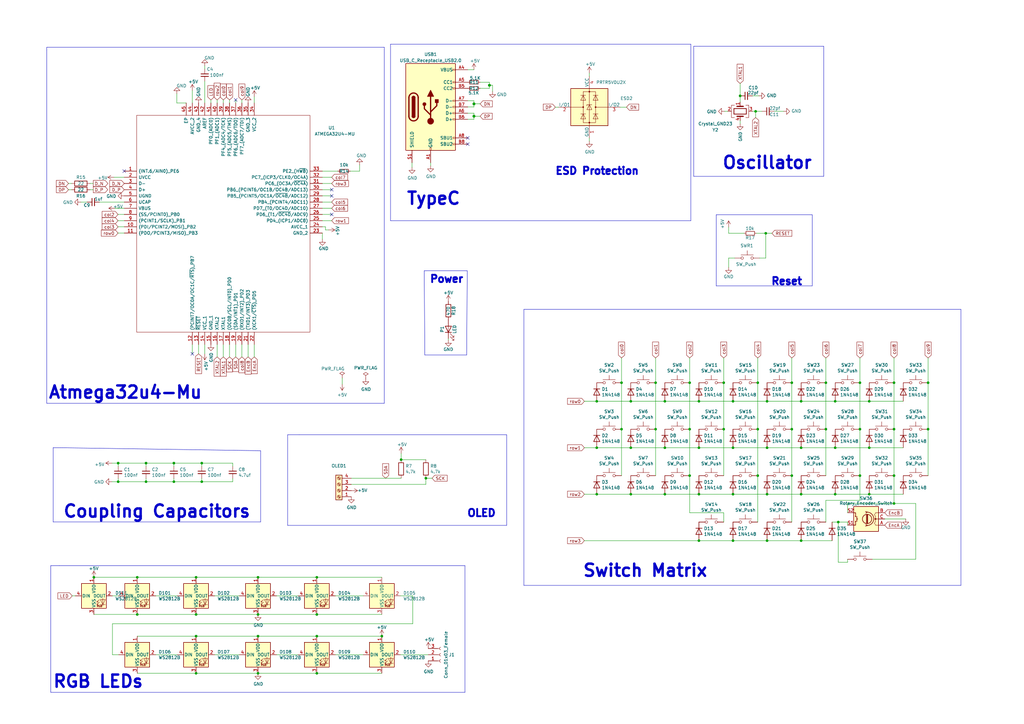
<source format=kicad_sch>
(kicad_sch (version 20230121) (generator eeschema)
  (paper "A3")
  (title_block (date "2023-05-26") (rev "1"))
  (lib_symbols
    (symbol "ATMEGA32U4-MU:ATMEGA32U4-MU" (pin_names (offset 0.762))
      (property "Reference" "IC" (at 77.47 27.94 0))
      (property "Value" "ATMEGA32U4-MU" (at 77.47 25.4 0))
      (symbol "ATMEGA32U4-MU_0_0"
        (pin passive line (at 0 0 0) (length 5.08) (name "(INT.6/AIN0)_PE6") (number "1"))
        (pin passive line (at 0 -22.86 0) (length 5.08) (name "(PDI/PCINT2/MOSI)_PB2") (number "10"))
        (pin passive line (at 0 -25.4 0) (length 5.08) (name "(PDO/PCINT3/MISO)_PB3") (number "11"))
        (pin passive line (at 27.94 -71.12 90) (length 5.08) (name "(PCINT7/OC0A/OC1C/~{RTS})_PB7") (number "12"))
        (pin passive line (at 30.48 -71.12 90) (length 5.08) (name "~{RESET}") (number "13"))
        (pin passive line (at 33.02 -71.12 90) (length 5.08) (name "VCC_1") (number "14"))
        (pin passive line (at 35.56 -71.12 90) (length 5.08) (name "GND_1") (number "15"))
        (pin passive line (at 38.1 -71.12 90) (length 5.08) (name "XTAL2") (number "16"))
        (pin passive line (at 40.64 -71.12 90) (length 5.08) (name "XTAL1") (number "17"))
        (pin passive line (at 43.18 -71.12 90) (length 5.08) (name "(OC0B/SCL/INT0)_PD0") (number "18"))
        (pin passive line (at 45.72 -71.12 90) (length 5.08) (name "(SDA/INT1)_PD1") (number "19"))
        (pin passive line (at 0 -2.54 0) (length 5.08) (name "UVCC") (number "2"))
        (pin passive line (at 48.26 -71.12 90) (length 5.08) (name "(RXD1/INT2)_PD2") (number "20"))
        (pin passive line (at 50.8 -71.12 90) (length 5.08) (name "(TXD1/INT3)_PD3") (number "21"))
        (pin passive line (at 53.34 -71.12 90) (length 5.08) (name "(XCK1/~{CTS})_PD5") (number "22"))
        (pin passive line (at 81.28 -25.4 180) (length 5.08) (name "GND_2") (number "23"))
        (pin passive line (at 81.28 -22.86 180) (length 5.08) (name "AVCC_1") (number "24"))
        (pin passive line (at 81.28 -20.32 180) (length 5.08) (name "PD4_(ICP1/ADC8)") (number "25"))
        (pin passive line (at 81.28 -17.78 180) (length 5.08) (name "PD6_(T1/~{OC4D}/ADC9)") (number "26"))
        (pin passive line (at 81.28 -15.24 180) (length 5.08) (name "PD7_(T0/OC4D/ADC10)") (number "27"))
        (pin passive line (at 81.28 -12.7 180) (length 5.08) (name "PB4_(PCINT4/ADC11)") (number "28"))
        (pin passive line (at 81.28 -10.16 180) (length 5.08) (name "PB5_(PCINT5/OC1A/~{OC4B}/ADC12)") (number "29"))
        (pin passive line (at 0 -5.08 0) (length 5.08) (name "D-") (number "3"))
        (pin passive line (at 81.28 -7.62 180) (length 5.08) (name "PB6_(PCINT6/OC1B/OC4B/ADC13)") (number "30"))
        (pin passive line (at 81.28 -5.08 180) (length 5.08) (name "PC6_(OC3A/~{OC4A})") (number "31"))
        (pin passive line (at 81.28 -2.54 180) (length 5.08) (name "PC7_(ICP3/CLK0/OC4A)") (number "32"))
        (pin passive line (at 81.28 0 180) (length 5.08) (name "PE2_(H~{WB})") (number "33"))
        (pin passive line (at 53.34 27.94 270) (length 5.08) (name "VCC_2") (number "34"))
        (pin passive line (at 50.8 27.94 270) (length 5.08) (name "GND_3") (number "35"))
        (pin passive line (at 48.26 27.94 270) (length 5.08) (name "PF7_(ADC7/TDI)") (number "36"))
        (pin passive line (at 45.72 27.94 270) (length 5.08) (name "PF6_(ADC6/TDO)") (number "37"))
        (pin passive line (at 43.18 27.94 270) (length 5.08) (name "PF5_(ADC5/TMS)") (number "38"))
        (pin passive line (at 40.64 27.94 270) (length 5.08) (name "PF4_(ADC4/TCK)") (number "39"))
        (pin passive line (at 0 -7.62 0) (length 5.08) (name "D+") (number "4"))
        (pin passive line (at 38.1 27.94 270) (length 5.08) (name "PF1_(ADC1)") (number "40"))
        (pin passive line (at 35.56 27.94 270) (length 5.08) (name "PF0_(ADC0)") (number "41"))
        (pin passive line (at 33.02 27.94 270) (length 5.08) (name "AREF") (number "42"))
        (pin passive line (at 30.48 27.94 270) (length 5.08) (name "GND_4") (number "43"))
        (pin passive line (at 27.94 27.94 270) (length 5.08) (name "AVCC_2") (number "44"))
        (pin passive line (at 25.4 27.94 270) (length 5.08) (name "EP") (number "45"))
        (pin passive line (at 0 -10.16 0) (length 5.08) (name "UGND") (number "5"))
        (pin passive line (at 0 -12.7 0) (length 5.08) (name "UCAP") (number "6"))
        (pin passive line (at 0 -15.24 0) (length 5.08) (name "VBUS") (number "7"))
        (pin passive line (at 0 -17.78 0) (length 5.08) (name "(SS/PCINT0)_PB0") (number "8"))
        (pin passive line (at 0 -20.32 0) (length 5.08) (name "(PCINT1/SCLK)_PB1") (number "9"))
      )
    )
    (symbol "Connector:Screw_Terminal_01x04" (pin_names (offset 1.016) hide)
      (property "Reference" "J" (at 0 5.08 0))
      (property "Value" "Screw_Terminal_01x04" (at 0 -7.62 0))
      (symbol "Screw_Terminal_01x04_1_1"
        (pin passive line (at -5.08 2.54 0) (length 3.81) (name "Pin_1") (number "1"))
        (pin passive line (at -5.08 0 0) (length 3.81) (name "Pin_2") (number "2"))
        (pin passive line (at -5.08 -2.54 0) (length 3.81) (name "Pin_3") (number "3"))
        (pin passive line (at -5.08 -5.08 0) (length 3.81) (name "Pin_4") (number "4"))
      )
    )
    (symbol "Device:C_Small" (pin_numbers hide) (pin_names (offset 0.254) hide)
      (property "Reference" "C" (at 0.254 1.778 0))
      (property "Value" "C_Small" (at 0.254 -2.032 0))
      (symbol "C_Small_1_1"
        (pin passive line (at 0 2.54 270) (length 2.032) (name "~") (number "1"))
        (pin passive line (at 0 -2.54 90) (length 2.032) (name "~") (number "2"))
      )
    )
    (symbol "Device:Crystal_GND23" (pin_names (offset 1.016) hide)
      (property "Reference" "Y" (at 3.175 5.08 0))
      (property "Value" "Crystal_GND23" (at 3.175 3.175 0))
      (symbol "Crystal_GND23_1_1"
        (pin passive line (at -3.81 0 0) (length 1.27) (name "1") (number "1"))
        (pin passive line (at 0 5.08 270) (length 1.27) (name "2") (number "2"))
        (pin passive line (at 0 -5.08 90) (length 1.27) (name "3") (number "3"))
        (pin passive line (at 3.81 0 180) (length 1.27) (name "4") (number "4"))
      )
    )
    (symbol "Device:D" (pin_numbers hide) (pin_names (offset 1.016) hide)
      (property "Reference" "D" (at 0 2.54 0))
      (property "Value" "D" (at 0 -2.54 0))
      (symbol "D_1_1"
        (pin passive line (at -3.81 0 0) (length 2.54) (name "K") (number "1"))
        (pin passive line (at 3.81 0 180) (length 2.54) (name "A") (number "2"))
      )
    )
    (symbol "Device:LED" (pin_numbers hide) (pin_names (offset 1.016) hide)
      (property "Reference" "D" (at 0 2.54 0))
      (property "Value" "LED" (at 0 -2.54 0))
      (symbol "LED_1_1"
        (pin passive line (at -3.81 0 0) (length 2.54) (name "K") (number "1"))
        (pin passive line (at 3.81 0 180) (length 2.54) (name "A") (number "2"))
      )
    )
    (symbol "Device:R" (pin_numbers hide) (pin_names (offset 0))
      (property "Reference" "R" (at 2.032 0 90))
      (property "Value" "R" (at 0 0 90))
      (symbol "R_1_1"
        (pin passive line (at 0 3.81 270) (length 1.27) (name "~") (number "1"))
        (pin passive line (at 0 -3.81 90) (length 1.27) (name "~") (number "2"))
      )
    )
    (symbol "Device:R_Small" (pin_numbers hide) (pin_names (offset 0.254) hide)
      (property "Reference" "R" (at 0.762 0.508 0))
      (property "Value" "R_Small" (at 0.762 -1.016 0))
      (symbol "R_Small_1_1"
        (pin passive line (at 0 2.54 270) (length 0.762) (name "~") (number "1"))
        (pin passive line (at 0 -2.54 90) (length 0.762) (name "~") (number "2"))
      )
    )
    (symbol "Diode:1N4148" (pin_numbers hide) (pin_names (offset 1.016) hide)
      (property "Reference" "D" (at 0 2.54 0))
      (property "Value" "1N4148" (at 0 -2.54 0))
      (symbol "1N4148_1_1"
        (pin passive line (at -3.81 0 0) (length 2.54) (name "K") (number "1"))
        (pin passive line (at 3.81 0 180) (length 2.54) (name "A") (number "2"))
      )
    )
    (symbol "LED:WS2812B" (pin_names (offset 0.254))
      (property "Reference" "D" (at 5.08 5.715 0))
      (property "Value" "WS2812B" (at 1.27 -5.715 0))
      (symbol "WS2812B_0_0"
        (text "RGB" (at 2.286 -4.191 0) (effects (font (size 0.762 0.762))))
      )
      (symbol "WS2812B_1_1"
        (pin power_in line (at 0 7.62 270) (length 2.54) (name "VDD") (number "1"))
        (pin output line (at 7.62 0 180) (length 2.54) (name "DOUT") (number "2"))
        (pin power_in line (at 0 -7.62 90) (length 2.54) (name "VSS") (number "3"))
        (pin input line (at -7.62 0 0) (length 2.54) (name "DIN") (number "4"))
      )
    )
    (symbol "LeChiffre-rescue:Conn_01x03_Female-Connector" (pin_names (offset 1.016) hide)
      (property "Reference" "J" (at 0 5.08 0))
      (property "Value" "Conn_01x03_Female-Connector" (at 0 -5.08 0))
      (symbol "Conn_01x03_Female-Connector_1_1"
        (pin passive line (at -5.08 -2.54 0) (length 3.81) (name "Pin_3") (number "1"))
        (pin passive line (at -5.08 0 0) (length 3.81) (name "Pin_2") (number "2"))
        (pin passive line (at -5.08 2.54 0) (length 3.81) (name "Pin_1") (number "3"))
      )
    )
    (symbol "LeChiffre-rescue:Rotary_Encoder_Switch-Device" (pin_names (offset 0.254) hide)
      (property "Reference" "SW" (at 0 6.604 0))
      (property "Value" "Rotary_Encoder_Switch-Device" (at 0 -6.604 0))
      (symbol "Rotary_Encoder_Switch-Device_1_1"
        (pin passive line (at -7.62 2.54 0) (length 2.54) (name "A") (number "A"))
        (pin passive line (at -7.62 -2.54 0) (length 2.54) (name "B") (number "B"))
        (pin passive line (at -7.62 0 0) (length 2.54) (name "C") (number "C"))
        (pin passive line (at 7.62 2.54 180) (length 2.54) (name "S1") (number "S1"))
        (pin passive line (at 7.62 -2.54 180) (length 2.54) (name "S2") (number "S2"))
      )
    )
    (symbol "Power_Protection:PRTR5V0U2X" (pin_names (offset 0))
      (property "Reference" "D" (at 2.794 8.636 0))
      (property "Value" "PRTR5V0U2X" (at 8.128 -9.398 0))
      (symbol "PRTR5V0U2X_1_1"
        (pin passive line (at 0 -12.7 90) (length 5.08) (name "GND") (number "1"))
        (pin passive line (at -12.7 0 0) (length 5.08) (name "I/O1") (number "2"))
        (pin passive line (at 12.7 0 180) (length 5.08) (name "I/O2") (number "3"))
        (pin passive line (at 0 12.7 270) (length 5.08) (name "VCC") (number "4"))
      )
    )
    (symbol "R_1" (pin_numbers hide) (pin_names (offset 0))
      (property "Reference" "R4" (at 0 2.54 90))
      (property "Value" "R_1" (at 0 0 90))
      (symbol "R_1_1_1"
        (pin passive line (at 0 3.81 270) (length 1.27) (name "~") (number "1"))
        (pin passive line (at 0 -3.81 90) (length 1.27) (name "~") (number "2"))
      )
    )
    (symbol "Switch:SW_Push" (pin_numbers hide) (pin_names (offset 1.016) hide)
      (property "Reference" "SW" (at 1.27 2.54 0))
      (property "Value" "SW_Push" (at 0 -1.524 0))
      (symbol "SW_Push_0_1"
        (pin passive line (at -5.08 0 0) (length 2.54) (name "1") (number "1"))
        (pin passive line (at 5.08 0 180) (length 2.54) (name "2") (number "2"))
      )
    )
    (symbol "USB_C_Receptacle_USB2.0_1" (pin_names (offset 1.016))
      (property "Reference" "J" (at -10.16 19.05 0))
      (property "Value" "USB_C_Receptacle_USB2.0_1" (at 19.05 19.05 0))
      (symbol "USB_C_Receptacle_USB2.0_1_1_1"
        (pin passive line (at 0 -22.86 90) (length 5.08) (name "GND") (number "A1"))
        (pin passive line (at 0 -22.86 90) (length 5.08) hide (name "GND") (number "A12"))
        (pin passive line (at 15.24 15.24 180) (length 5.08) (name "VBUS") (number "A4"))
        (pin bidirectional line (at 15.24 10.16 180) (length 5.08) (name "CC1") (number "A5"))
        (pin bidirectional line (at 15.24 -2.54 180) (length 5.08) (name "D+") (number "A6"))
        (pin bidirectional line (at 15.24 2.54 180) (length 5.08) (name "D-") (number "A7"))
        (pin bidirectional line (at 15.24 -12.7 180) (length 5.08) (name "SBU1") (number "A8"))
        (pin passive line (at 15.24 15.24 180) (length 5.08) hide (name "VBUS") (number "A9"))
        (pin passive line (at 0 -22.86 90) (length 5.08) hide (name "GND") (number "B1"))
        (pin passive line (at 0 -22.86 90) (length 5.08) hide (name "GND") (number "B12"))
        (pin passive line (at 15.24 15.24 180) (length 5.08) hide (name "VBUS") (number "B4"))
        (pin bidirectional line (at 15.24 7.62 180) (length 5.08) (name "CC2") (number "B5"))
        (pin bidirectional line (at 15.24 -5.08 180) (length 5.08) (name "D+") (number "B6"))
        (pin bidirectional line (at 15.24 0 180) (length 5.08) (name "D-") (number "B7"))
        (pin bidirectional line (at 15.24 -15.24 180) (length 5.08) (name "SBU2") (number "B8"))
        (pin passive line (at 15.24 15.24 180) (length 5.08) hide (name "VBUS") (number "B9"))
        (pin passive line (at -7.62 -22.86 90) (length 5.08) (name "SHIELD") (number "S1"))
      )
    )
    (symbol "power:+5V" (power) (pin_names (offset 0))
      (property "Value" "+5V" (at 0 3.556 0))
      (symbol "+5V_1_1"
        (pin power_in line (at 0 0 90) (length 0) hide (name "+5V") (number "1"))
      )
    )
    (symbol "power:GND" (power) (pin_names (offset 0))
      (property "Value" "GND" (at 0 -3.81 0))
      (symbol "GND_1_1"
        (pin power_in line (at 0 0 270) (length 0) hide (name "GND") (number "1"))
      )
    )
    (symbol "power:PWR_FLAG" (power) (pin_numbers hide) (pin_names (offset 0) hide)
      (property "Value" "PWR_FLAG" (at 0 3.81 0))
      (symbol "PWR_FLAG_0_0"
        (pin power_out line (at 0 0 90) (length 0) (name "pwr") (number "1"))
      )
    )
  )
  (junction (at 258.7244 202.692))
  (junction (at 105.8164 260.9088))
  (junction (at 129.9464 252.0188))
  (junction (at 254.9144 176.022))
  (junction (at 314.6044 183.642))
  (junction (at 328.5744 164.592))
  (junction (at 71.3232 189.9412))
  (junction (at 352.7044 176.022))
  (junction (at 296.8244 176.022))
  (junction (at 282.8544 156.972))
  (junction (at 105.8164 252.0188))
  (junction (at 164.5158 188.5188))
  (junction (at 380.6444 176.022))
  (junction (at 272.6944 202.692))
  (junction (at 80.4164 276.1488))
  (junction (at 314.6044 221.742))
  (junction (at 272.6944 164.592))
  (junction (at 343.8144 214.122))
  (junction (at 342.5444 183.642))
  (junction (at 310.7944 195.072))
  (junction (at 366.6744 195.072))
  (junction (at 352.7044 156.972))
  (junction (at 300.6344 164.592))
  (junction (at 282.8544 195.072))
  (junction (at 254.9144 156.972))
  (junction (at 282.8544 176.022))
  (junction (at 156.6164 260.9088))
  (junction (at 129.9464 236.7788))
  (junction (at 356.5144 202.692))
  (junction (at 324.7644 195.072))
  (junction (at 314.071 95.6818))
  (junction (at 328.5744 183.642))
  (junction (at 328.5744 221.742))
  (junction (at 286.6644 164.592))
  (junction (at 356.5144 183.642))
  (junction (at 82.7532 189.9412))
  (junction (at 366.6744 156.972))
  (junction (at 303.5554 39.3192))
  (junction (at 38.5064 236.7788))
  (junction (at 342.5444 202.692))
  (junction (at 244.7544 202.692))
  (junction (at 268.8844 156.972))
  (junction (at 194.3862 42.5958) (diameter 1.016))
  (junction (at 80.4164 236.7788))
  (junction (at 56.2864 252.0188))
  (junction (at 71.3232 197.5612))
  (junction (at 352.7044 195.072))
  (junction (at 310.7944 156.972))
  (junction (at 105.8164 236.7788))
  (junction (at 129.9464 260.9088))
  (junction (at 314.6044 164.592))
  (junction (at 244.7544 183.642))
  (junction (at 244.7544 164.592))
  (junction (at 324.7644 156.972))
  (junction (at 328.5744 202.692))
  (junction (at 380.6444 156.972))
  (junction (at 296.8244 156.972))
  (junction (at 342.5444 164.592))
  (junction (at 286.6644 183.642))
  (junction (at 366.6744 206.502))
  (junction (at 174.6758 196.1388))
  (junction (at 272.6944 183.642))
  (junction (at 194.3862 47.6758) (diameter 1.016))
  (junction (at 310.7944 176.022))
  (junction (at 286.6644 221.742))
  (junction (at 105.8164 276.1488))
  (junction (at 268.8844 176.022))
  (junction (at 309.9054 45.6692))
  (junction (at 80.4164 252.0188))
  (junction (at 300.6344 202.692))
  (junction (at 286.6644 202.692))
  (junction (at 366.6744 176.022))
  (junction (at 324.7644 176.022))
  (junction (at 258.7244 164.592))
  (junction (at 314.6044 202.692))
  (junction (at 300.6344 221.742))
  (junction (at 356.5144 164.592))
  (junction (at 59.8932 189.9412))
  (junction (at 338.7344 156.972))
  (junction (at 59.8932 197.5612))
  (junction (at 48.4632 189.9412))
  (junction (at 80.4164 260.9088))
  (junction (at 338.7344 176.022))
  (junction (at 56.2864 236.7788))
  (junction (at 300.6344 183.642))
  (junction (at 129.9464 276.1488))
  (junction (at 48.4632 197.5612))
  (junction (at 82.7532 197.5612))
  (junction (at 258.7244 183.642))
  (junction (at 200.7362 34.9758) (diameter 1.016))
  (no_connect (at 136.0424 77.8002))
  (no_connect (at 136.0424 87.9602))
  (no_connect (at 191.8462 56.5658))
  (no_connect (at 78.8924 145.1102))
  (no_connect (at 191.8462 59.1058))
  (no_connect (at 136.0424 80.3402))
  (no_connect (at 50.9524 70.1802))
  (no_connect (at 96.6724 40.9702))
  (wire (pts (xy 132.2324 77.8002) (xy 136.0424 77.8002)))
  (wire (pts (xy 338.7344 195.072) (xy 338.7344 176.022)))
  (wire (pts (xy 310.7944 195.072) (xy 310.7944 176.022)))
  (wire (pts (xy 338.7344 214.122) (xy 338.7344 205.232)))
  (wire (pts (xy 105.8164 252.0188) (xy 129.9464 252.0188)))
  (wire (pts (xy 347.6244 210.312) (xy 347.6244 206.502)))
  (wire (pts (xy 71.3232 197.5612) (xy 82.7532 197.5612)))
  (wire (pts (xy 366.6744 195.072) (xy 366.6744 176.022)))
  (wire (pts (xy 129.9464 252.0188) (xy 156.6164 252.0188)))
  (wire (pts (xy 147.4724 67.6402) (xy 147.4724 70.1802)))
  (wire (pts (xy 168.9862 66.7258) (xy 168.9862 68.6308)))
  (wire (pts (xy 36.9824 77.8002) (xy 38.2524 77.8002)))
  (wire (pts (xy 71.3232 196.2912) (xy 71.3232 197.5612)))
  (wire (pts (xy 296.8244 176.022) (xy 296.8244 156.972)))
  (wire (pts (xy 308.6354 39.3192) (xy 311.1754 39.3192)))
  (wire (pts (xy 241.7318 56.642) (xy 241.7318 57.912)))
  (wire (pts (xy 132.2324 95.5802) (xy 132.2324 98.1202)))
  (polyline (pts (xy 173.99 111.0488) (xy 174.244 145.5928)))
  (wire (pts (xy 342.5444 202.692) (xy 356.5144 202.692)))
  (polyline (pts (xy 190.7032 231.9782) (xy 190.7032 283.972)))
  (wire (pts (xy 239.6744 202.692) (xy 244.7544 202.692)))
  (wire (pts (xy 132.2324 82.8802) (xy 136.0424 82.8802)))
  (wire (pts (xy 241.7318 29.972) (xy 241.7318 31.242)))
  (polyline (pts (xy 24.3586 231.9782) (xy 190.7032 231.9782)))
  (wire (pts (xy 164.2364 268.5288) (xy 175.6664 268.5288)))
  (wire (pts (xy 104.2924 141.3002) (xy 104.2924 146.3802)))
  (wire (pts (xy 305.181 95.6818) (xy 298.831 95.6818)))
  (polyline (pts (xy 287.0454 18.9992) (xy 337.8454 18.9992)))
  (wire (pts (xy 132.2324 87.9602) (xy 136.0424 87.9602)))
  (wire (pts (xy 239.6744 221.742) (xy 286.6644 221.742)))
  (wire (pts (xy 156.6164 236.7788) (xy 129.9464 236.7788)))
  (wire (pts (xy 296.8244 210.312) (xy 296.8244 214.122)))
  (wire (pts (xy 81.4324 141.3002) (xy 81.4324 145.1102)))
  (wire (pts (xy 375.5644 229.362) (xy 375.5644 206.502)))
  (wire (pts (xy 183.896 139.4968) (xy 183.896 138.8618)))
  (wire (pts (xy 164.5158 188.5188) (xy 174.6758 188.5188)))
  (wire (pts (xy 371.475 212.852) (xy 362.8644 212.852)))
  (wire (pts (xy 101.7524 141.3002) (xy 101.7524 146.3802)))
  (polyline (pts (xy 106.8832 184.8612) (xy 106.8832 214.0712)))
  (wire (pts (xy 194.3862 42.5958) (xy 194.3862 43.8658)))
  (wire (pts (xy 297.2054 45.6692) (xy 298.4754 45.6692)))
  (wire (pts (xy 33.1724 82.8802) (xy 35.7124 82.8802)))
  (wire (pts (xy 169.3164 255.8288) (xy 46.1264 255.8288)))
  (wire (pts (xy 338.7344 156.972) (xy 338.7344 146.812)))
  (wire (pts (xy 286.6644 202.692) (xy 300.6344 202.692)))
  (wire (pts (xy 268.8844 176.022) (xy 268.8844 156.972)))
  (wire (pts (xy 71.3232 189.9412) (xy 71.3232 191.2112)))
  (wire (pts (xy 94.1324 40.9702) (xy 94.1324 42.2402)))
  (wire (pts (xy 95.4532 189.9412) (xy 95.4532 191.2112)))
  (wire (pts (xy 48.4632 196.2912) (xy 48.4632 197.5612)))
  (wire (pts (xy 86.5124 40.9702) (xy 86.5124 42.2402)))
  (polyline (pts (xy 333.121 117.2718) (xy 293.751 117.2718)))
  (wire (pts (xy 194.3862 41.3258) (xy 194.3862 42.5958)))
  (polyline (pts (xy 21.7932 183.5912) (xy 21.7932 214.0712)))
  (polyline (pts (xy 19.2024 165.4302) (xy 157.6324 165.4302)))
  (polyline (pts (xy 191.389 145.5928) (xy 174.244 145.5928)))
  (polyline (pts (xy 283.3624 90.5002) (xy 160.1724 90.5002)))
  (wire (pts (xy 56.2864 260.9088) (xy 80.4164 260.9088)))
  (wire (pts (xy 227.7618 43.942) (xy 229.0318 43.942)))
  (wire (pts (xy 132.2324 90.5002) (xy 136.0424 90.5002)))
  (wire (pts (xy 324.7644 176.022) (xy 324.7644 156.972)))
  (wire (pts (xy 56.2864 236.7788) (xy 38.5064 236.7788)))
  (wire (pts (xy 317.5254 45.6692) (xy 321.3354 45.6692)))
  (wire (pts (xy 244.7544 164.592) (xy 258.7244 164.592)))
  (wire (pts (xy 282.8544 195.072) (xy 282.8544 176.022)))
  (wire (pts (xy 176.6062 67.9958) (xy 176.6062 66.7258)))
  (wire (pts (xy 104.2924 39.7002) (xy 104.2924 42.2402)))
  (wire (pts (xy 28.0924 77.8002) (xy 29.3624 77.8002)))
  (wire (pts (xy 80.4164 260.9088) (xy 105.8164 260.9088)))
  (wire (pts (xy 310.7944 156.972) (xy 310.7944 146.812)))
  (wire (pts (xy 239.6744 183.642) (xy 244.7544 183.642)))
  (wire (pts (xy 105.8164 260.9088) (xy 129.9464 260.9088)))
  (polyline (pts (xy 21.7932 183.5912) (xy 106.8832 184.8612)))
  (wire (pts (xy 303.5554 49.4792) (xy 303.5554 50.7492)))
  (wire (pts (xy 46.1264 244.3988) (xy 48.6664 244.3988)))
  (wire (pts (xy 164.5158 185.9788) (xy 164.5158 188.5188)))
  (wire (pts (xy 200.7362 34.9758) (xy 202.0062 34.9758)))
  (wire (pts (xy 258.7244 164.592) (xy 272.6944 164.592)))
  (wire (pts (xy 63.9064 268.5288) (xy 72.7964 268.5288)))
  (wire (pts (xy 286.6644 183.642) (xy 300.6344 183.642)))
  (wire (pts (xy 328.5744 164.592) (xy 342.5444 164.592)))
  (wire (pts (xy 200.7362 33.7058) (xy 200.7362 34.9758)))
  (wire (pts (xy 254.9144 156.972) (xy 254.9144 146.812)))
  (wire (pts (xy 310.7944 195.072) (xy 310.7944 214.122)))
  (wire (pts (xy 303.5554 34.2392) (xy 303.5554 39.3192)))
  (wire (pts (xy 296.8244 156.972) (xy 296.8244 146.812)))
  (wire (pts (xy 298.831 95.6818) (xy 298.831 93.1418)))
  (wire (pts (xy 132.2324 70.1802) (xy 138.5824 70.1802)))
  (wire (pts (xy 40.7924 82.8802) (xy 50.9524 82.8802)))
  (polyline (pts (xy 190.7032 283.972) (xy 20.8026 283.972)))
  (wire (pts (xy 194.3862 42.5958) (xy 196.9262 42.5958)))
  (wire (pts (xy 338.7344 205.232) (xy 352.7044 205.232)))
  (wire (pts (xy 48.4632 197.5612) (xy 59.8932 197.5612)))
  (wire (pts (xy 254.9144 176.022) (xy 254.9144 156.972)))
  (wire (pts (xy 105.8164 236.7788) (xy 80.4164 236.7788)))
  (wire (pts (xy 341.2744 221.742) (xy 328.5744 221.742)))
  (wire (pts (xy 140.335 155.0416) (xy 140.335 157.5816)))
  (wire (pts (xy 46.7614 72.7202) (xy 50.9524 72.7202)))
  (wire (pts (xy 311.531 105.8418) (xy 314.071 105.8418)))
  (polyline (pts (xy 173.99 111.0488) (xy 191.643 111.0488)))
  (wire (pts (xy 174.6758 198.6788) (xy 174.6758 196.1388)))
  (wire (pts (xy 82.7532 189.9412) (xy 82.7532 191.2112)))
  (wire (pts (xy 254.4318 43.942) (xy 256.9718 43.942)))
  (wire (pts (xy 132.2324 85.4202) (xy 136.0424 85.4202)))
  (wire (pts (xy 244.7544 202.692) (xy 258.7244 202.692)))
  (wire (pts (xy 286.6644 221.742) (xy 300.6344 221.742)))
  (wire (pts (xy 48.4124 87.9602) (xy 50.9524 87.9602)))
  (wire (pts (xy 46.1264 268.5288) (xy 48.6664 268.5288)))
  (wire (pts (xy 375.5644 206.502) (xy 366.6744 206.502)))
  (wire (pts (xy 80.4164 236.7788) (xy 56.2864 236.7788)))
  (wire (pts (xy 366.6744 206.502) (xy 366.6744 195.072)))
  (wire (pts (xy 191.8462 41.3258) (xy 194.3862 41.3258)))
  (wire (pts (xy 314.071 95.6818) (xy 316.611 95.6818)))
  (wire (pts (xy 156.6164 276.1488) (xy 129.9464 276.1488)))
  (wire (pts (xy 89.0524 40.9702) (xy 89.0524 42.2402)))
  (wire (pts (xy 88.0364 268.5288) (xy 98.1964 268.5288)))
  (wire (pts (xy 328.5744 202.692) (xy 342.5444 202.692)))
  (wire (pts (xy 48.4124 95.5802) (xy 50.9524 95.5802)))
  (wire (pts (xy 303.5554 39.3192) (xy 303.5554 41.8592)))
  (wire (pts (xy 352.7044 176.022) (xy 352.7044 156.972)))
  (wire (pts (xy 36.9824 75.2602) (xy 38.2524 75.2602)))
  (wire (pts (xy 254.9144 195.072) (xy 254.9144 176.022)))
  (polyline (pts (xy 117.9576 215.4936) (xy 117.9576 178.308)))
  (wire (pts (xy 194.3862 47.6758) (xy 196.9262 47.6758)))
  (wire (pts (xy 80.4164 276.1488) (xy 56.2864 276.1488)))
  (wire (pts (xy 105.8164 276.1488) (xy 80.4164 276.1488)))
  (wire (pts (xy 310.7944 176.022) (xy 310.7944 156.972)))
  (polyline (pts (xy 207.7974 178.308) (xy 207.7974 215.4936)))
  (wire (pts (xy 356.5144 183.642) (xy 370.4844 183.642)))
  (wire (pts (xy 296.8244 195.072) (xy 296.8244 176.022)))
  (wire (pts (xy 314.6044 221.742) (xy 328.5744 221.742)))
  (wire (pts (xy 258.7244 183.642) (xy 272.6944 183.642)))
  (wire (pts (xy 137.5664 268.5288) (xy 148.9964 268.5288)))
  (wire (pts (xy 268.8844 195.072) (xy 268.8844 176.022)))
  (polyline (pts (xy 19.2024 19.3802) (xy 19.2024 20.6502)))
  (polyline (pts (xy 394.1318 240.1062) (xy 214.884 240.1062)))
  (wire (pts (xy 56.2864 252.0188) (xy 80.4164 252.0188)))
  (wire (pts (xy 133.5024 93.0402) (xy 132.2324 93.0402)))
  (wire (pts (xy 314.071 95.6818) (xy 310.261 95.6818)))
  (wire (pts (xy 338.7344 176.022) (xy 338.7344 156.972)))
  (wire (pts (xy 272.6944 183.642) (xy 286.6644 183.642)))
  (polyline (pts (xy 160.1724 18.1102) (xy 283.3624 18.1102)))
  (wire (pts (xy 300.6344 221.742) (xy 314.6044 221.742)))
  (wire (pts (xy 83.9724 27.0002) (xy 83.9724 28.2702)))
  (wire (pts (xy 28.0924 75.2602) (xy 29.3624 75.2602)))
  (wire (pts (xy 59.8932 197.5612) (xy 71.3232 197.5612)))
  (wire (pts (xy 88.0364 244.3988) (xy 98.1964 244.3988)))
  (polyline (pts (xy 20.8026 231.9782) (xy 24.3586 231.9782)))
  (polyline (pts (xy 337.8454 18.9992) (xy 337.8454 72.3392)))
  (wire (pts (xy 71.3232 189.9412) (xy 82.7532 189.9412)))
  (wire (pts (xy 47.1424 85.4202) (xy 50.9524 85.4202)))
  (wire (pts (xy 99.2124 141.3002) (xy 99.2124 146.3802)))
  (wire (pts (xy 380.6444 156.972) (xy 380.6444 146.812)))
  (wire (pts (xy 356.5144 202.692) (xy 370.4844 202.692)))
  (wire (pts (xy 282.8544 210.312) (xy 296.8244 210.312)))
  (wire (pts (xy 312.4454 45.6692) (xy 309.9054 45.6692)))
  (wire (pts (xy 137.5664 244.3988) (xy 148.9964 244.3988)))
  (wire (pts (xy 72.5424 42.2402) (xy 72.5424 38.4302)))
  (wire (pts (xy 324.7644 195.072) (xy 324.7644 214.122)))
  (wire (pts (xy 194.3862 46.4058) (xy 194.3862 47.6758)))
  (polyline (pts (xy 207.7974 215.4936) (xy 117.9576 215.4936)))
  (wire (pts (xy 147.4724 70.1802) (xy 143.6624 70.1802)))
  (wire (pts (xy 99.2124 40.9702) (xy 99.2124 42.2402)))
  (wire (pts (xy 89.0524 141.3002) (xy 89.0524 146.3802)))
  (wire (pts (xy 366.6744 156.972) (xy 366.6744 146.812)))
  (wire (pts (xy 366.6744 156.972) (xy 366.6744 176.022)))
  (wire (pts (xy 282.8544 156.972) (xy 282.8544 146.812)))
  (wire (pts (xy 91.5924 40.9702) (xy 91.5924 42.2402)))
  (wire (pts (xy 258.7244 202.692) (xy 272.6944 202.692)))
  (wire (pts (xy 194.3862 48.9458) (xy 191.8462 48.9458)))
  (polyline (pts (xy 283.3624 18.1102) (xy 283.3624 90.5002)))
  (wire (pts (xy 342.5444 164.592) (xy 356.5144 164.592)))
  (wire (pts (xy 133.5024 94.3102) (xy 133.5024 93.0402)))
  (wire (pts (xy 78.8924 141.3002) (xy 78.8924 145.1102)))
  (wire (pts (xy 96.6724 40.9702) (xy 96.6724 42.2402)))
  (wire (pts (xy 328.5744 183.642) (xy 342.5444 183.642)))
  (wire (pts (xy 94.1324 141.3002) (xy 94.1324 146.3802)))
  (wire (pts (xy 63.9064 244.3988) (xy 72.7964 244.3988)))
  (wire (pts (xy 82.7532 196.2912) (xy 82.7532 197.5612)))
  (wire (pts (xy 38.5064 252.0188) (xy 56.2864 252.0188)))
  (polyline (pts (xy 157.6324 165.4302) (xy 157.6324 19.3802)))
  (wire (pts (xy 300.6344 164.592) (xy 314.6044 164.592)))
  (wire (pts (xy 314.6044 202.692) (xy 328.5744 202.692)))
  (polyline (pts (xy 157.6324 19.3802) (xy 19.2024 19.3802)))
  (polyline (pts (xy 284.5054 72.3392) (xy 284.5054 18.9992)))
  (wire (pts (xy 129.9464 236.7788) (xy 105.8164 236.7788)))
  (polyline (pts (xy 117.9576 178.308) (xy 122.7074 178.308)))
  (wire (pts (xy 113.4364 244.3988) (xy 122.3264 244.3988)))
  (polyline (pts (xy 20.8026 283.972) (xy 20.8026 231.9782)))
  (wire (pts (xy 45.9232 189.9412) (xy 48.4632 189.9412)))
  (wire (pts (xy 144.0942 198.6788) (xy 174.6758 198.6788)))
  (polyline (pts (xy 394.1318 126.8984) (xy 394.1318 240.1062)))
  (wire (pts (xy 343.8144 214.122) (xy 343.8144 230.632)))
  (wire (pts (xy 46.1264 255.8288) (xy 46.1264 268.5288)))
  (wire (pts (xy 82.7532 189.9412) (xy 95.4532 189.9412)))
  (wire (pts (xy 132.2324 72.7202) (xy 136.0424 72.7202)))
  (wire (pts (xy 314.6044 164.592) (xy 328.5744 164.592)))
  (wire (pts (xy 144.0942 196.1388) (xy 164.5158 196.1388)))
  (wire (pts (xy 301.371 105.8418) (xy 298.831 105.8418)))
  (wire (pts (xy 91.5924 141.3002) (xy 91.5924 146.3802)))
  (wire (pts (xy 380.6444 176.022) (xy 380.6444 156.972)))
  (wire (pts (xy 48.4124 90.5002) (xy 50.9524 90.5002)))
  (wire (pts (xy 45.9232 197.5612) (xy 48.4632 197.5612)))
  (wire (pts (xy 347.6244 214.122) (xy 347.6244 215.392)))
  (wire (pts (xy 314.6044 183.642) (xy 328.5744 183.642)))
  (wire (pts (xy 82.7532 197.5612) (xy 95.4532 197.5612)))
  (wire (pts (xy 129.9464 260.9088) (xy 156.6164 260.9088)))
  (wire (pts (xy 357.7844 229.362) (xy 375.5644 229.362)))
  (wire (pts (xy 352.7044 146.812) (xy 352.7044 156.972)))
  (wire (pts (xy 314.071 105.8418) (xy 314.071 95.6818)))
  (wire (pts (xy 132.2324 80.3402) (xy 136.0424 80.3402)))
  (wire (pts (xy 200.7362 34.9758) (xy 200.7362 36.2458)))
  (wire (pts (xy 59.8932 189.9412) (xy 59.8932 191.2112)))
  (wire (pts (xy 380.6444 176.022) (xy 380.6444 195.072)))
  (wire (pts (xy 80.4164 252.0188) (xy 105.8164 252.0188)))
  (wire (pts (xy 300.6344 183.642) (xy 314.6044 183.642)))
  (wire (pts (xy 343.8144 214.122) (xy 347.6244 214.122)))
  (wire (pts (xy 48.4632 189.9412) (xy 59.8932 189.9412)))
  (wire (pts (xy 191.8462 46.4058) (xy 194.3862 46.4058)))
  (wire (pts (xy 244.7544 183.642) (xy 258.7244 183.642)))
  (wire (pts (xy 343.8144 230.632) (xy 347.6244 230.632)))
  (wire (pts (xy 347.6244 230.632) (xy 347.6244 229.362)))
  (polyline (pts (xy 122.682 178.308) (xy 207.7974 178.308)))
  (wire (pts (xy 352.7044 205.232) (xy 352.7044 195.072)))
  (polyline (pts (xy 284.5054 18.9992) (xy 287.0454 18.9992)))
  (wire (pts (xy 282.8544 176.022) (xy 282.8544 156.972)))
  (wire (pts (xy 133.5024 94.3102) (xy 134.7724 94.3102)))
  (wire (pts (xy 132.2324 75.2602) (xy 136.0424 75.2602)))
  (wire (pts (xy 83.9724 33.3502) (xy 83.9724 42.2402)))
  (wire (pts (xy 268.8844 156.972) (xy 268.8844 146.812)))
  (wire (pts (xy 309.9054 45.6692) (xy 309.9054 48.2092)))
  (wire (pts (xy 164.2364 244.3988) (xy 169.3164 244.3988)))
  (polyline (pts (xy 214.884 126.8984) (xy 394.1318 126.8984)))
  (wire (pts (xy 324.7644 156.972) (xy 324.7644 146.812)))
  (wire (pts (xy 202.0062 34.9758) (xy 202.0062 37.5158)))
  (wire (pts (xy 341.2744 214.122) (xy 343.8144 214.122)))
  (wire (pts (xy 300.6344 202.692) (xy 314.6044 202.692)))
  (wire (pts (xy 352.7044 176.022) (xy 352.7044 195.072)))
  (wire (pts (xy 59.8932 196.2912) (xy 59.8932 197.5612)))
  (wire (pts (xy 29.6164 244.3988) (xy 30.8864 244.3988)))
  (wire (pts (xy 200.7362 36.2458) (xy 196.9262 36.2458)))
  (wire (pts (xy 59.8932 189.9412) (xy 71.3232 189.9412)))
  (wire (pts (xy 169.3164 244.3988) (xy 169.3164 255.8288)))
  (wire (pts (xy 272.6944 202.692) (xy 286.6644 202.692)))
  (wire (pts (xy 196.9262 33.7058) (xy 200.7362 33.7058)))
  (polyline (pts (xy 160.1724 18.1102) (xy 160.1724 90.5002)))
  (wire (pts (xy 298.831 105.8418) (xy 298.831 109.6518)))
  (wire (pts (xy 78.8924 37.1602) (xy 78.8924 42.2402)))
  (wire (pts (xy 191.8462 28.6258) (xy 194.3862 28.6258)))
  (polyline (pts (xy 337.8454 72.3392) (xy 284.5054 72.3392)))
  (polyline (pts (xy 333.121 88.0618) (xy 333.121 117.2718)))
  (wire (pts (xy 96.6724 141.3002) (xy 96.6724 146.3802)))
  (wire (pts (xy 48.4632 191.2112) (xy 48.4632 189.9412)))
  (wire (pts (xy 309.9054 45.6692) (xy 308.6354 45.6692)))
  (wire (pts (xy 286.6644 164.592) (xy 300.6344 164.592)))
  (polyline (pts (xy 19.2024 20.6502) (xy 19.2024 165.4302)))
  (wire (pts (xy 48.4124 93.0402) (xy 50.9524 93.0402)))
  (wire (pts (xy 194.3862 47.6758) (xy 194.3862 48.9458)))
  (polyline (pts (xy 106.8832 214.0712) (xy 21.7932 214.0712)))
  (polyline (pts (xy 293.751 117.2718) (xy 293.751 88.0618)))
  (wire (pts (xy 95.4532 197.5612) (xy 95.4532 196.2912)))
  (wire (pts (xy 239.6744 164.592) (xy 244.7544 164.592)))
  (wire (pts (xy 347.6244 206.502) (xy 366.6744 206.502)))
  (wire (pts (xy 174.6758 196.1388) (xy 177.2158 196.1388)))
  (wire (pts (xy 342.5444 183.642) (xy 356.5144 183.642)))
  (wire (pts (xy 113.4364 268.5288) (xy 122.3264 268.5288)))
  (polyline (pts (xy 214.884 126.8984) (xy 214.884 240.1062)))
  (wire (pts (xy 129.9464 276.1488) (xy 105.8164 276.1488)))
  (wire (pts (xy 83.9724 141.3002) (xy 83.9724 145.1102)))
  (polyline (pts (xy 191.643 111.0488) (xy 191.389 145.5928)))
  (wire (pts (xy 356.5144 164.592) (xy 370.4844 164.592)))
  (wire (pts (xy 76.3524 42.2402) (xy 72.5424 42.2402)))
  (polyline (pts (xy 293.751 88.0618) (xy 333.121 88.0618)))
  (wire (pts (xy 282.8544 195.072) (xy 282.8544 210.312)))
  (wire (pts (xy 272.6944 164.592) (xy 286.6644 164.592)))
  (wire (pts (xy 194.3862 43.8658) (xy 191.8462 43.8658)))
  (wire (pts (xy 324.7644 176.022) (xy 324.7644 195.072)))
  (text "Power" (at 190.3222 116.3574 0) (effects (font (size 3 3) (thickness 1) bold) (justify right bottom)))
  (text "RGB LEDs \n" (at 21.3868 282.575 0) (effects (font (size 5 5) (thickness 1) bold) (justify left bottom)))
  (text "TypeC  \n" (at 166.4462 84.5058 0) (effects (font (size 5 5) (thickness 1) bold) (justify left bottom)))
  (text "Oscillator\n" (at 295.9354 69.7992 0) (effects (font (size 5 5) (thickness 1) bold) (justify left bottom)))
  (text "ESD Protection" (at 227.5078 72.0344 0) (effects (font (size 3 3) (thickness 1) bold) (justify left bottom)))
  (text "Coupling Capacitors" (at 25.6032 212.8012 0) (effects (font (size 5 5) (thickness 1) bold) (justify left bottom)))
  (text "Atmega32u4-Mu\n" (at 19.5834 164.0078 0) (effects (font (size 5 5) (thickness 1) bold) (justify left bottom)))
  (text "Reset" (at 329.311 117.2718 0) (effects (font (size 3 3) (thickness 1) bold) (justify right bottom)))
  (text "Switch Matrix\n" (at 238.7346 237.0836 0) (effects (font (size 5 5) (thickness 1) bold) (justify left bottom)))
  (text "OLED" (at 203.6318 212.3694 0) (effects (font (size 3 3) (thickness 1) bold) (justify right bottom)))
  (global_label "XTAL1" (shape input) (at 91.5924 146.3802 270) (property "Intersheetrefs" "${INTERSHEET_REFS}" (effects hide)))
  (global_label "SCK" (shape input) (at 94.1324 146.3802 270) (property "Intersheetrefs" "${INTERSHEET_REFS}" (effects hide)))
  (global_label "SDA" (shape input) (at 158.1658 196.1388 90) (property "Intersheetrefs" "${INTERSHEET_REFS}" (effects hide)))
  (global_label "EncA" (shape input) (at 104.2924 146.3802 270) (property "Intersheetrefs" "${INTERSHEET_REFS}" (effects hide)))
  (global_label "row0" (shape input) (at 239.6744 164.592 180) (property "Intersheetrefs" "${INTERSHEET_REFS}" (effects hide)))
  (global_label "DP" (shape input) (at 196.9262 47.6758 0) (property "Intersheetrefs" "${INTERSHEET_REFS}" (effects hide)))
  (global_label "col3" (shape input) (at 48.4124 93.0402 180) (property "Intersheetrefs" "${INTERSHEET_REFS}" (effects hide)))
  (global_label "SDA" (shape input) (at 96.6724 146.3802 270) (property "Intersheetrefs" "${INTERSHEET_REFS}" (effects hide)))
  (global_label "DP" (shape input) (at 227.7618 43.942 180) (property "Intersheetrefs" "${INTERSHEET_REFS}" (effects hide)))
  (global_label "col9" (shape input) (at 99.2124 40.9702 90) (property "Intersheetrefs" "${INTERSHEET_REFS}" (effects hide)))
  (global_label "SCK" (shape input) (at 177.2158 196.1388 0) (property "Intersheetrefs" "${INTERSHEET_REFS}" (effects hide)))
  (global_label "LED" (shape input) (at 29.6164 244.3988 180) (property "Intersheetrefs" "${INTERSHEET_REFS}" (effects hide)))
  (global_label "XTAL1" (shape input) (at 303.5554 34.2392 90) (property "Intersheetrefs" "${INTERSHEET_REFS}" (effects hide)))
  (global_label "RESET" (shape input) (at 316.611 95.6818 0) (property "Intersheetrefs" "${INTERSHEET_REFS}" (effects hide)))
  (global_label "col0" (shape input) (at 91.5924 40.9702 90) (property "Intersheetrefs" "${INTERSHEET_REFS}" (effects hide)))
  (global_label "LED" (shape input) (at 86.5124 40.9702 90) (property "Intersheetrefs" "${INTERSHEET_REFS}" (effects hide)))
  (global_label "row1" (shape input) (at 136.0424 90.5002 0) (property "Intersheetrefs" "${INTERSHEET_REFS}" (effects hide)))
  (global_label "col5" (shape input) (at 324.7644 146.812 90) (property "Intersheetrefs" "${INTERSHEET_REFS}" (effects hide)))
  (global_label "D_N" (shape input) (at 50.9524 75.2602 180) (property "Intersheetrefs" "${INTERSHEET_REFS}" (effects hide)))
  (global_label "col6" (shape input) (at 136.0424 85.4202 0) (property "Intersheetrefs" "${INTERSHEET_REFS}" (effects hide)))
  (global_label "col2" (shape input) (at 48.4124 87.9602 180) (property "Intersheetrefs" "${INTERSHEET_REFS}" (effects hide)))
  (global_label "row0" (shape input) (at 48.4124 95.5802 180) (property "Intersheetrefs" "${INTERSHEET_REFS}" (effects hide)))
  (global_label "XTAL2" (shape input) (at 309.9054 48.2092 270) (property "Intersheetrefs" "${INTERSHEET_REFS}" (effects hide)))
  (global_label "row3" (shape input) (at 136.0424 75.2602 0) (property "Intersheetrefs" "${INTERSHEET_REFS}" (effects hide)))
  (global_label "col7" (shape input) (at 136.0424 72.7202 0) (property "Intersheetrefs" "${INTERSHEET_REFS}" (effects hide)))
  (global_label "D_N" (shape output) (at 38.2524 75.2602 0) (property "Intersheetrefs" "${INTERSHEET_REFS}" (effects hide)))
  (global_label "DN" (shape input) (at 256.9718 43.942 0) (property "Intersheetrefs" "${INTERSHEET_REFS}" (effects hide)))
  (global_label "DP" (shape input) (at 28.0924 77.8002 180) (property "Intersheetrefs" "${INTERSHEET_REFS}" (effects hide)))
  (global_label "row1" (shape input) (at 239.6744 183.642 180) (property "Intersheetrefs" "${INTERSHEET_REFS}" (effects hide)))
  (global_label "col6" (shape input) (at 338.7344 146.812 90) (property "Intersheetrefs" "${INTERSHEET_REFS}" (effects hide)))
  (global_label "col4" (shape input) (at 48.4124 90.5002 180) (property "Intersheetrefs" "${INTERSHEET_REFS}" (effects hide)))
  (global_label "col4" (shape input) (at 310.7944 146.812 90) (property "Intersheetrefs" "${INTERSHEET_REFS}" (effects hide)))
  (global_label "EncB" (shape input) (at 362.8644 210.312 0) (property "Intersheetrefs" "${INTERSHEET_REFS}" (effects hide)))
  (global_label "col9" (shape input) (at 380.6444 146.812 90) (property "Intersheetrefs" "${INTERSHEET_REFS}" (effects hide)))
  (global_label "col3" (shape input) (at 296.8244 146.812 90) (property "Intersheetrefs" "${INTERSHEET_REFS}" (effects hide)))
  (global_label "DN" (shape input) (at 28.0924 75.2602 180) (property "Intersheetrefs" "${INTERSHEET_REFS}" (effects hide)))
  (global_label "row2" (shape input) (at 239.6744 202.692 180) (property "Intersheetrefs" "${INTERSHEET_REFS}" (effects hide)))
  (global_label "EncB" (shape input) (at 101.7524 146.3802 270) (property "Intersheetrefs" "${INTERSHEET_REFS}" (effects hide)))
  (global_label "D_P" (shape input) (at 50.9524 77.8002 180) (property "Intersheetrefs" "${INTERSHEET_REFS}" (effects hide)))
  (global_label "col1" (shape input) (at 94.1324 40.9702 90) (property "Intersheetrefs" "${INTERSHEET_REFS}" (effects hide)))
  (global_label "col1" (shape input) (at 268.8844 146.812 90) (property "Intersheetrefs" "${INTERSHEET_REFS}" (effects hide)))
  (global_label "row2" (shape input) (at 89.0524 40.9702 90) (property "Intersheetrefs" "${INTERSHEET_REFS}" (effects hide)))
  (global_label "row3" (shape input) (at 239.6744 221.742 180) (property "Intersheetrefs" "${INTERSHEET_REFS}" (effects hide)))
  (global_label "col5" (shape input) (at 136.0424 82.8802 0) (property "Intersheetrefs" "${INTERSHEET_REFS}" (effects hide)))
  (global_label "col8" (shape input) (at 99.2124 146.3802 270) (property "Intersheetrefs" "${INTERSHEET_REFS}" (effects hide)))
  (global_label "col8" (shape input) (at 366.6744 146.812 90) (property "Intersheetrefs" "${INTERSHEET_REFS}" (effects hide)))
  (global_label "EncA" (shape input) (at 362.8644 215.392 0) (property "Intersheetrefs" "${INTERSHEET_REFS}" (effects hide)))
  (global_label "col2" (shape input) (at 282.8544 146.812 90) (property "Intersheetrefs" "${INTERSHEET_REFS}" (effects hide)))
  (global_label "XTAL2" (shape input) (at 89.0524 146.3802 270) (property "Intersheetrefs" "${INTERSHEET_REFS}" (effects hide)))
  (global_label "col0" (shape input) (at 254.9144 146.812 90) (property "Intersheetrefs" "${INTERSHEET_REFS}" (effects hide)))
  (global_label "DN" (shape input) (at 196.9262 42.5958 0) (property "Intersheetrefs" "${INTERSHEET_REFS}" (effects hide)))
  (global_label "RESET" (shape input) (at 81.4324 145.1102 270) (property "Intersheetrefs" "${INTERSHEET_REFS}" (effects hide)))
  (global_label "D_P" (shape output) (at 38.2524 77.8002 0) (property "Intersheetrefs" "${INTERSHEET_REFS}" (effects hide)))
  (global_label "col7" (shape input) (at 352.7044 146.812 90) (property "Intersheetrefs" "${INTERSHEET_REFS}" (effects hide)))
  (symbol (lib_id "Switch:SW_Push") (at 347.6244 176.022 0) (unit 1)
    (property "Reference" "SW28" (at 347.6244 168.783 0))
    (property "Value" "SW_Push" (at 347.6244 171.0944 0))
    (property "Footprint" "Ahsan Libs:SW_Hotswap_Kailh_1.00u_rev" (effects hide))
  )
  (symbol (lib_id "Diode:1N4148") (at 342.5444 179.832 270) (unit 1)
    (property "Reference" "D27" (at 344.551 178.6636 90) (effects (justify left)))
    (property "Value" "1N4148" (at 344.551 180.975 90) (effects (justify left)))
    (property "Footprint" "Ahsan Libs:D_SOD-123" (effects hide))
    (property "Datasheet" "https://assets.nexperia.com/documents/data-sheet/1N4148_1N4448.pdf" (effects hide))
  )
  (symbol (lib_id "Switch:SW_Push") (at 319.6844 214.122 0) (unit 1)
    (property "Reference" "SW22" (at 319.6844 206.883 0))
    (property "Value" "SW_Push" (at 319.6844 209.1944 0))
    (property "Footprint" "Ahsan Libs:SW_Hotswap_Kailh_1.00u_rev" (effects hide))
  )
  (symbol (lib_id "Switch:SW_Push") (at 305.7144 214.122 0) (unit 1)
    (property "Reference" "SW18" (at 305.7144 206.883 0))
    (property "Value" "SW_Push" (at 305.7144 209.1944 0))
    (property "Footprint" "Ahsan Libs:SW_Hotswap_Kailh_1.00u_rev" (effects hide))
  )
  (symbol (lib_id "Diode:1N4148") (at 314.6044 217.932 270) (unit 1)
    (property "Reference" "D21" (at 316.611 216.7636 90) (effects (justify left)))
    (property "Value" "1N4148" (at 316.611 219.075 90) (effects (justify left)))
    (property "Footprint" "Ahsan Libs:D_SOD-123" (effects hide))
    (property "Datasheet" "https://assets.nexperia.com/documents/data-sheet/1N4148_1N4448.pdf" (effects hide))
  )
  (symbol (lib_id "Diode:1N4148") (at 300.6344 217.932 270) (unit 1)
    (property "Reference" "D17" (at 302.641 216.7636 90) (effects (justify left)))
    (property "Value" "1N4148" (at 302.641 219.075 90) (effects (justify left)))
    (property "Footprint" "Ahsan Libs:D_SOD-123" (effects hide))
    (property "Datasheet" "https://assets.nexperia.com/documents/data-sheet/1N4148_1N4448.pdf" (effects hide))
  )
  (symbol (lib_id "Switch:SW_Push") (at 375.5644 176.022 0) (unit 1)
    (property "Reference" "SW34" (at 375.5644 168.783 0))
    (property "Value" "SW_Push" (at 375.5644 171.0944 0))
    (property "Footprint" "Ahsan Libs:SW_Hotswap_Kailh_1.00u_rev" (effects hide))
  )
  (symbol (lib_id "Diode:1N4148") (at 370.4844 179.832 270) (unit 1)
    (property "Reference" "D33" (at 372.491 178.6636 90) (effects (justify left)))
    (property "Value" "1N4148" (at 372.491 180.975 90) (effects (justify left)))
    (property "Footprint" "Ahsan Libs:D_SOD-123" (effects hide))
    (property "Datasheet" "https://assets.nexperia.com/documents/data-sheet/1N4148_1N4448.pdf" (effects hide))
  )
  (symbol (lib_id "Switch:SW_Push") (at 361.5944 176.022 0) (unit 1)
    (property "Reference" "SW31" (at 361.5944 168.783 0))
    (property "Value" "SW_Push" (at 361.5944 171.0944 0))
    (property "Footprint" "Ahsan Libs:SW_Hotswap_Kailh_1.00u_rev" (effects hide))
  )
  (symbol (lib_id "Diode:1N4148") (at 356.5144 179.832 270) (unit 1)
    (property "Reference" "D30" (at 358.521 178.6636 90) (effects (justify left)))
    (property "Value" "1N4148" (at 358.521 180.975 90) (effects (justify left)))
    (property "Footprint" "Ahsan Libs:D_SOD-123" (effects hide))
    (property "Datasheet" "https://assets.nexperia.com/documents/data-sheet/1N4148_1N4448.pdf" (effects hide))
  )
  (symbol (lib_id "Switch:SW_Push") (at 291.7444 176.022 0) (unit 1)
    (property "Reference" "SW12" (at 291.7444 168.783 0))
    (property "Value" "SW_Push" (at 291.7444 171.0944 0))
    (property "Footprint" "Ahsan Libs:SW_Hotswap_Kailh_1.00u_rev" (effects hide))
  )
  (symbol (lib_id "Diode:1N4148") (at 286.6644 179.832 270) (unit 1)
    (property "Reference" "D11" (at 288.671 178.6636 90) (effects (justify left)))
    (property "Value" "1N4148" (at 288.671 180.975 90) (effects (justify left)))
    (property "Footprint" "Ahsan Libs:D_SOD-123" (effects hide))
    (property "Datasheet" "https://assets.nexperia.com/documents/data-sheet/1N4148_1N4448.pdf" (effects hide))
  )
  (symbol (lib_id "Switch:SW_Push") (at 305.7144 176.022 0) (unit 1)
    (property "Reference" "SW16" (at 305.7144 168.783 0))
    (property "Value" "SW_Push" (at 305.7144 171.0944 0))
    (property "Footprint" "Ahsan Libs:SW_Hotswap_Kailh_1.00u_rev" (effects hide))
  )
  (symbol (lib_id "Diode:1N4148") (at 300.6344 179.832 270) (unit 1)
    (property "Reference" "D15" (at 302.641 178.6636 90) (effects (justify left)))
    (property "Value" "1N4148" (at 302.641 180.975 90) (effects (justify left)))
    (property "Footprint" "Ahsan Libs:D_SOD-123" (effects hide))
    (property "Datasheet" "https://assets.nexperia.com/documents/data-sheet/1N4148_1N4448.pdf" (effects hide))
  )
  (symbol (lib_id "Switch:SW_Push") (at 249.8344 176.022 0) (unit 1)
    (property "Reference" "SW3" (at 249.8344 168.783 0))
    (property "Value" "SW_Push" (at 249.8344 171.0944 0))
    (property "Footprint" "Ahsan Libs:SW_Hotswap_Kailh_1.00u_rev" (effects hide))
  )
  (symbol (lib_id "Diode:1N4148") (at 244.7544 179.832 270) (unit 1)
    (property "Reference" "D2" (at 246.761 178.6636 90) (effects (justify left)))
    (property "Value" "1N4148" (at 246.761 180.975 90) (effects (justify left)))
    (property "Footprint" "Ahsan Libs:D_SOD-123" (effects hide))
    (property "Datasheet" "https://assets.nexperia.com/documents/data-sheet/1N4148_1N4448.pdf" (effects hide))
  )
  (symbol (lib_id "Switch:SW_Push") (at 277.7744 176.022 0) (unit 1)
    (property "Reference" "SW9" (at 277.7744 168.783 0))
    (property "Value" "SW_Push" (at 277.7744 171.0944 0))
    (property "Footprint" "Ahsan Libs:SW_Hotswap_Kailh_1.00u_rev" (effects hide))
  )
  (symbol (lib_id "Diode:1N4148") (at 272.6944 179.832 270) (unit 1)
    (property "Reference" "D8" (at 274.701 178.6636 90) (effects (justify left)))
    (property "Value" "1N4148" (at 274.701 180.975 90) (effects (justify left)))
    (property "Footprint" "Ahsan Libs:D_SOD-123" (effects hide))
    (property "Datasheet" "https://assets.nexperia.com/documents/data-sheet/1N4148_1N4448.pdf" (effects hide))
  )
  (symbol (lib_id "Switch:SW_Push") (at 263.8044 176.022 0) (unit 1)
    (property "Reference" "SW6" (at 263.8044 168.783 0))
    (property "Value" "SW_Push" (at 263.8044 171.0944 0))
    (property "Footprint" "Ahsan Libs:SW_Hotswap_Kailh_1.00u_rev" (effects hide))
  )
  (symbol (lib_id "Diode:1N4148") (at 258.7244 179.832 270) (unit 1)
    (property "Reference" "D5" (at 260.731 178.6636 90) (effects (justify left)))
    (property "Value" "1N4148" (at 260.731 180.975 90) (effects (justify left)))
    (property "Footprint" "Ahsan Libs:D_SOD-123" (effects hide))
    (property "Datasheet" "https://assets.nexperia.com/documents/data-sheet/1N4148_1N4448.pdf" (effects hide))
  )
  (symbol (lib_id "Switch:SW_Push") (at 319.6844 176.022 0) (unit 1)
    (property "Reference" "SW20" (at 319.6844 168.783 0))
    (property "Value" "SW_Push" (at 319.6844 171.0944 0))
    (property "Footprint" "Ahsan Libs:SW_Hotswap_Kailh_1.00u_rev" (effects hide))
  )
  (symbol (lib_id "Diode:1N4148") (at 314.6044 179.832 270) (unit 1)
    (property "Reference" "D19" (at 316.611 178.6636 90) (effects (justify left)))
    (property "Value" "1N4148" (at 316.611 180.975 90) (effects (justify left)))
    (property "Footprint" "Ahsan Libs:D_SOD-123" (effects hide))
    (property "Datasheet" "https://assets.nexperia.com/documents/data-sheet/1N4148_1N4448.pdf" (effects hide))
  )
  (symbol (lib_id "Switch:SW_Push") (at 333.6544 176.022 0) (unit 1)
    (property "Reference" "SW24" (at 333.6544 168.783 0))
    (property "Value" "SW_Push" (at 333.6544 171.0944 0))
    (property "Footprint" "Ahsan Libs:SW_Hotswap_Kailh_1.00u_rev" (effects hide))
  )
  (symbol (lib_id "Diode:1N4148") (at 328.5744 179.832 270) (unit 1)
    (property "Reference" "D23" (at 330.581 178.6636 90) (effects (justify left)))
    (property "Value" "1N4148" (at 330.581 180.975 90) (effects (justify left)))
    (property "Footprint" "Ahsan Libs:D_SOD-123" (effects hide))
    (property "Datasheet" "https://assets.nexperia.com/documents/data-sheet/1N4148_1N4448.pdf" (effects hide))
  )
  (symbol (lib_id "Switch:SW_Push") (at 319.6844 156.972 0) (unit 1)
    (property "Reference" "SW19" (at 319.6844 149.733 0))
    (property "Value" "SW_Push" (at 319.6844 152.0444 0))
    (property "Footprint" "Ahsan Libs:SW_Hotswap_Kailh_1.00u_rev" (effects hide))
  )
  (symbol (lib_id "Diode:1N4148") (at 314.6044 160.782 270) (unit 1)
    (property "Reference" "D18" (at 316.611 159.6136 90) (effects (justify left)))
    (property "Value" "1N4148" (at 316.611 161.925 90) (effects (justify left)))
    (property "Footprint" "Ahsan Libs:D_SOD-123" (effects hide))
    (property "Datasheet" "https://assets.nexperia.com/documents/data-sheet/1N4148_1N4448.pdf" (effects hide))
  )
  (symbol (lib_id "Switch:SW_Push") (at 277.7744 156.972 0) (unit 1)
    (property "Reference" "SW8" (at 277.7744 149.733 0))
    (property "Value" "SW_Push" (at 277.7744 152.0444 0))
    (property "Footprint" "Ahsan Libs:SW_Hotswap_Kailh_1.00u_rev" (effects hide))
  )
  (symbol (lib_id "Diode:1N4148") (at 272.6944 160.782 270) (unit 1)
    (property "Reference" "D7" (at 274.701 159.6136 90) (effects (justify left)))
    (property "Value" "1N4148" (at 274.701 161.925 90) (effects (justify left)))
    (property "Footprint" "Ahsan Libs:D_SOD-123" (effects hide))
    (property "Datasheet" "https://assets.nexperia.com/documents/data-sheet/1N4148_1N4448.pdf" (effects hide))
  )
  (symbol (lib_id "Switch:SW_Push") (at 347.6244 156.972 0) (unit 1)
    (property "Reference" "SW27" (at 347.6244 149.733 0))
    (property "Value" "SW_Push" (at 347.6244 152.0444 0))
    (property "Footprint" "Ahsan Libs:SW_Hotswap_Kailh_1.00u_rev" (effects hide))
  )
  (symbol (lib_id "Diode:1N4148") (at 342.5444 160.782 270) (unit 1)
    (property "Reference" "D26" (at 344.551 159.6136 90) (effects (justify left)))
    (property "Value" "1N4148" (at 344.551 161.925 90) (effects (justify left)))
    (property "Footprint" "Ahsan Libs:D_SOD-123" (effects hide))
    (property "Datasheet" "https://assets.nexperia.com/documents/data-sheet/1N4148_1N4448.pdf" (effects hide))
  )
  (symbol (lib_id "Switch:SW_Push") (at 305.7144 156.972 0) (unit 1)
    (property "Reference" "SW15" (at 305.7144 149.733 0))
    (property "Value" "SW_Push" (at 305.7144 152.0444 0))
    (property "Footprint" "Ahsan Libs:SW_Hotswap_Kailh_1.00u_rev" (effects hide))
  )
  (symbol (lib_id "Diode:1N4148") (at 300.6344 160.782 270) (unit 1)
    (property "Reference" "D14" (at 302.641 159.6136 90) (effects (justify left)))
    (property "Value" "1N4148" (at 302.641 161.925 90) (effects (justify left)))
    (property "Footprint" "Ahsan Libs:D_SOD-123" (effects hide))
    (property "Datasheet" "https://assets.nexperia.com/documents/data-sheet/1N4148_1N4448.pdf" (effects hide))
  )
  (symbol (lib_id "Switch:SW_Push") (at 375.5644 156.972 0) (unit 1)
    (property "Reference" "SW33" (at 375.5644 149.733 0))
    (property "Value" "SW_Push" (at 375.5644 152.0444 0))
    (property "Footprint" "Ahsan Libs:SW_Hotswap_Kailh_1.00u_rev" (effects hide))
  )
  (symbol (lib_id "Diode:1N4148") (at 370.4844 160.782 270) (unit 1)
    (property "Reference" "D32" (at 372.491 159.6136 90) (effects (justify left)))
    (property "Value" "1N4148" (at 372.491 161.925 90) (effects (justify left)))
    (property "Footprint" "Ahsan Libs:D_SOD-123" (effects hide))
    (property "Datasheet" "https://assets.nexperia.com/documents/data-sheet/1N4148_1N4448.pdf" (effects hide))
  )
  (symbol (lib_id "Switch:SW_Push") (at 291.7444 156.972 0) (unit 1)
    (property "Reference" "SW11" (at 291.7444 149.733 0))
    (property "Value" "SW_Push" (at 291.7444 152.0444 0))
    (property "Footprint" "Ahsan Libs:SW_Hotswap_Kailh_1.00u_rev" (effects hide))
  )
  (symbol (lib_id "Diode:1N4148") (at 286.6644 160.782 270) (unit 1)
    (property "Reference" "D10" (at 288.671 159.6136 90) (effects (justify left)))
    (property "Value" "1N4148" (at 288.671 161.925 90) (effects (justify left)))
    (property "Footprint" "Ahsan Libs:D_SOD-123" (effects hide))
    (property "Datasheet" "https://assets.nexperia.com/documents/data-sheet/1N4148_1N4448.pdf" (effects hide))
  )
  (symbol (lib_id "Switch:SW_Push") (at 249.8344 156.972 0) (unit 1)
    (property "Reference" "SW2" (at 249.8344 149.733 0))
    (property "Value" "SW_Push" (at 249.8344 152.0444 0))
    (property "Footprint" "Ahsan Libs:SW_Hotswap_Kailh_1.00u_rev" (effects hide))
  )
  (symbol (lib_id "Diode:1N4148") (at 244.7544 160.782 270) (unit 1)
    (property "Reference" "D1" (at 246.761 159.6136 90) (effects (justify left)))
    (property "Value" "1N4148" (at 246.761 161.925 90) (effects (justify left)))
    (property "Footprint" "Ahsan Libs:D_SOD-123" (effects hide))
    (property "Datasheet" "https://assets.nexperia.com/documents/data-sheet/1N4148_1N4448.pdf" (effects hide))
  )
  (symbol (lib_id "Switch:SW_Push") (at 263.8044 156.972 0) (unit 1)
    (property "Reference" "SW5" (at 263.8044 149.733 0))
    (property "Value" "SW_Push" (at 263.8044 152.0444 0))
    (property "Footprint" "Ahsan Libs:SW_Hotswap_Kailh_1.00u_rev" (effects hide))
  )
  (symbol (lib_id "Diode:1N4148") (at 258.7244 160.782 270) (unit 1)
    (property "Reference" "D4" (at 260.731 159.6136 90) (effects (justify left)))
    (property "Value" "1N4148" (at 260.731 161.925 90) (effects (justify left)))
    (property "Footprint" "Ahsan Libs:D_SOD-123" (effects hide))
    (property "Datasheet" "https://assets.nexperia.com/documents/data-sheet/1N4148_1N4448.pdf" (effects hide))
  )
  (symbol (lib_id "Switch:SW_Push") (at 333.6544 156.972 0) (unit 1)
    (property "Reference" "SW23" (at 333.6544 149.733 0))
    (property "Value" "SW_Push" (at 333.6544 152.0444 0))
    (property "Footprint" "Ahsan Libs:SW_Hotswap_Kailh_1.00u_rev" (effects hide))
  )
  (symbol (lib_id "Diode:1N4148") (at 328.5744 160.782 270) (unit 1)
    (property "Reference" "D22" (at 330.581 159.6136 90) (effects (justify left)))
    (property "Value" "1N4148" (at 330.581 161.925 90) (effects (justify left)))
    (property "Footprint" "Ahsan Libs:D_SOD-123" (effects hide))
    (property "Datasheet" "https://assets.nexperia.com/documents/data-sheet/1N4148_1N4448.pdf" (effects hide))
  )
  (symbol (lib_id "Switch:SW_Push") (at 361.5944 156.972 0) (unit 1)
    (property "Reference" "SW30" (at 361.5944 149.733 0))
    (property "Value" "SW_Push" (at 361.5944 152.0444 0))
    (property "Footprint" "Ahsan Libs:SW_Hotswap_Kailh_1.00u_rev" (effects hide))
  )
  (symbol (lib_id "Diode:1N4148") (at 356.5144 160.782 270) (unit 1)
    (property "Reference" "D29" (at 358.521 159.6136 90) (effects (justify left)))
    (property "Value" "1N4148" (at 358.521 161.925 90) (effects (justify left)))
    (property "Footprint" "Ahsan Libs:D_SOD-123" (effects hide))
    (property "Datasheet" "https://assets.nexperia.com/documents/data-sheet/1N4148_1N4448.pdf" (effects hide))
  )
  (symbol (lib_id "Switch:SW_Push") (at 319.6844 195.072 0) (unit 1)
    (property "Reference" "SW21" (at 319.6844 187.833 0))
    (property "Value" "SW_Push" (at 319.6844 190.1444 0))
    (property "Footprint" "Ahsan Libs:SW_Hotswap_Kailh_1.00u_rev" (effects hide))
  )
  (symbol (lib_id "Diode:1N4148") (at 314.6044 198.882 270) (unit 1)
    (property "Reference" "D20" (at 316.611 197.7136 90) (effects (justify left)))
    (property "Value" "1N4148" (at 316.611 200.025 90) (effects (justify left)))
    (property "Footprint" "Ahsan Libs:D_SOD-123" (effects hide))
    (property "Datasheet" "https://assets.nexperia.com/documents/data-sheet/1N4148_1N4448.pdf" (effects hide))
  )
  (symbol (lib_id "Switch:SW_Push") (at 375.5644 195.072 0) (unit 1)
    (property "Reference" "SW35" (at 375.5644 187.833 0))
    (property "Value" "SW_Push" (at 375.5644 190.1444 0))
    (property "Footprint" "Ahsan Libs:SW_Hotswap_Kailh_1.00u_rev" (effects hide))
  )
  (symbol (lib_id "Diode:1N4148") (at 370.4844 198.882 270) (unit 1)
    (property "Reference" "D34" (at 372.491 197.7136 90) (effects (justify left)))
    (property "Value" "1N4148" (at 372.491 200.025 90) (effects (justify left)))
    (property "Footprint" "Ahsan Libs:D_SOD-123" (effects hide))
    (property "Datasheet" "https://assets.nexperia.com/documents/data-sheet/1N4148_1N4448.pdf" (effects hide))
  )
  (symbol (lib_id "Switch:SW_Push") (at 263.8044 195.072 0) (unit 1)
    (property "Reference" "SW7" (at 263.8044 187.833 0))
    (property "Value" "SW_Push" (at 263.8044 190.1444 0))
    (property "Footprint" "Ahsan Libs:SW_Hotswap_Kailh_1.00u_rev" (effects hide))
  )
  (symbol (lib_id "Diode:1N4148") (at 258.7244 198.882 270) (unit 1)
    (property "Reference" "D6" (at 260.731 197.7136 90) (effects (justify left)))
    (property "Value" "1N4148" (at 260.731 200.025 90) (effects (justify left)))
    (property "Footprint" "Ahsan Libs:D_SOD-123" (effects hide))
    (property "Datasheet" "https://assets.nexperia.com/documents/data-sheet/1N4148_1N4448.pdf" (effects hide))
  )
  (symbol (lib_id "Switch:SW_Push") (at 305.7144 195.072 0) (unit 1)
    (property "Reference" "SW17" (at 305.7144 187.833 0))
    (property "Value" "SW_Push" (at 305.7144 190.1444 0))
    (property "Footprint" "Ahsan Libs:SW_Hotswap_Kailh_1.00u_rev" (effects hide))
  )
  (symbol (lib_id "Diode:1N4148") (at 300.6344 198.882 270) (unit 1)
    (property "Reference" "D16" (at 302.641 197.7136 90) (effects (justify left)))
    (property "Value" "1N4148" (at 302.641 200.025 90) (effects (justify left)))
    (property "Footprint" "Ahsan Libs:D_SOD-123" (effects hide))
    (property "Datasheet" "https://assets.nexperia.com/documents/data-sheet/1N4148_1N4448.pdf" (effects hide))
  )
  (symbol (lib_id "Switch:SW_Push") (at 277.7744 195.072 0) (unit 1)
    (property "Reference" "SW10" (at 277.7744 187.833 0))
    (property "Value" "SW_Push" (at 277.7744 190.1444 0))
    (property "Footprint" "Ahsan Libs:SW_Hotswap_Kailh_1.00u_rev" (effects hide))
  )
  (symbol (lib_id "Diode:1N4148") (at 272.6944 198.882 270) (unit 1)
    (property "Reference" "D9" (at 274.701 197.7136 90) (effects (justify left)))
    (property "Value" "1N4148" (at 274.701 200.025 90) (effects (justify left)))
    (property "Footprint" "Ahsan Libs:D_SOD-123" (effects hide))
    (property "Datasheet" "https://assets.nexperia.com/documents/data-sheet/1N4148_1N4448.pdf" (effects hide))
  )
  (symbol (lib_id "Switch:SW_Push") (at 361.5944 195.072 0) (unit 1)
    (property "Reference" "SW32" (at 361.5944 187.833 0))
    (property "Value" "SW_Push" (at 361.5944 190.1444 0))
    (property "Footprint" "Ahsan Libs:SW_Hotswap_Kailh_1.00u_rev" (effects hide))
  )
  (symbol (lib_id "Diode:1N4148") (at 356.5144 198.882 270) (unit 1)
    (property "Reference" "D31" (at 358.521 197.7136 90) (effects (justify left)))
    (property "Value" "1N4148" (at 358.521 200.025 90) (effects (justify left)))
    (property "Footprint" "Ahsan Libs:D_SOD-123" (effects hide))
    (property "Datasheet" "https://assets.nexperia.com/documents/data-sheet/1N4148_1N4448.pdf" (effects hide))
  )
  (symbol (lib_id "Switch:SW_Push") (at 249.8344 195.072 0) (unit 1)
    (property "Reference" "SW4" (at 249.8344 187.833 0))
    (property "Value" "SW_Push" (at 249.8344 190.1444 0))
    (property "Footprint" "Ahsan Libs:SW_Hotswap_Kailh_1.00u_rev" (effects hide))
  )
  (symbol (lib_id "Diode:1N4148") (at 244.7544 198.882 270) (unit 1)
    (property "Reference" "D3" (at 246.761 197.7136 90) (effects (justify left)))
    (property "Value" "1N4148" (at 246.761 200.025 90) (effects (justify left)))
    (property "Footprint" "Ahsan Libs:D_SOD-123" (effects hide))
    (property "Datasheet" "https://assets.nexperia.com/documents/data-sheet/1N4148_1N4448.pdf" (effects hide))
  )
  (symbol (lib_id "Switch:SW_Push") (at 333.6544 195.072 0) (unit 1)
    (property "Reference" "SW25" (at 333.6544 187.833 0))
    (property "Value" "SW_Push" (at 333.6544 190.1444 0))
    (property "Footprint" "Ahsan Libs:SW_Hotswap_Kailh_1.00u_rev" (effects hide))
  )
  (symbol (lib_id "Diode:1N4148") (at 328.5744 198.882 270) (unit 1)
    (property "Reference" "D24" (at 330.581 197.7136 90) (effects (justify left)))
    (property "Value" "1N4148" (at 330.581 200.025 90) (effects (justify left)))
    (property "Footprint" "Ahsan Libs:D_SOD-123" (effects hide))
    (property "Datasheet" "https://assets.nexperia.com/documents/data-sheet/1N4148_1N4448.pdf" (effects hide))
  )
  (symbol (lib_id "Switch:SW_Push") (at 291.7444 195.072 0) (unit 1)
    (property "Reference" "SW13" (at 291.7444 187.833 0))
    (property "Value" "SW_Push" (at 291.7444 190.1444 0))
    (property "Footprint" "Ahsan Libs:SW_Hotswap_Kailh_1.00u_rev" (effects hide))
  )
  (symbol (lib_id "Diode:1N4148") (at 286.6644 198.882 270) (unit 1)
    (property "Reference" "D12" (at 288.671 197.7136 90) (effects (justify left)))
    (property "Value" "1N4148" (at 288.671 200.025 90) (effects (justify left)))
    (property "Footprint" "Ahsan Libs:D_SOD-123" (effects hide))
    (property "Datasheet" "https://assets.nexperia.com/documents/data-sheet/1N4148_1N4448.pdf" (effects hide))
  )
  (symbol (lib_id "Switch:SW_Push") (at 347.6244 195.072 0) (unit 1)
    (property "Reference" "SW29" (at 347.6244 187.833 0))
    (property "Value" "SW_Push" (at 347.6244 190.1444 0))
    (property "Footprint" "Ahsan Libs:SW_Hotswap_Kailh_1.00u_rev" (effects hide))
  )
  (symbol (lib_id "Diode:1N4148") (at 342.5444 198.882 270) (unit 1)
    (property "Reference" "D28" (at 344.551 197.7136 90) (effects (justify left)))
    (property "Value" "1N4148" (at 344.551 200.025 90) (effects (justify left)))
    (property "Footprint" "Ahsan Libs:D_SOD-123" (effects hide))
    (property "Datasheet" "https://assets.nexperia.com/documents/data-sheet/1N4148_1N4448.pdf" (effects hide))
  )
  (symbol (lib_id "Switch:SW_Push") (at 291.7444 214.122 0) (unit 1)
    (property "Reference" "SW14" (at 291.7444 206.883 0))
    (property "Value" "SW_Push" (at 291.7444 209.1944 0))
    (property "Footprint" "Ahsan Libs:SW_Hotswap_Kailh_1.00u_rev" (effects hide))
  )
  (symbol (lib_id "Diode:1N4148") (at 286.6644 217.932 270) (unit 1)
    (property "Reference" "D13" (at 288.671 216.7636 90) (effects (justify left)))
    (property "Value" "1N4148" (at 288.671 219.075 90) (effects (justify left)))
    (property "Footprint" "Ahsan Libs:D_SOD-123" (effects hide))
    (property "Datasheet" "https://assets.nexperia.com/documents/data-sheet/1N4148_1N4448.pdf" (effects hide))
  )
  (symbol (lib_id "Switch:SW_Push") (at 333.6544 214.122 0) (unit 1)
    (property "Reference" "SW26" (at 333.6544 206.883 0))
    (property "Value" "SW_Push" (at 333.6544 209.1944 0))
    (property "Footprint" "Ahsan Libs:SW_Hotswap_Kailh_1.00u_rev" (effects hide))
  )
  (symbol (lib_id "Diode:1N4148") (at 328.5744 217.932 270) (unit 1)
    (property "Reference" "D25" (at 330.581 216.7636 90) (effects (justify left)))
    (property "Value" "1N4148" (at 330.581 219.075 90) (effects (justify left)))
    (property "Footprint" "Ahsan Libs:D_SOD-123" (effects hide))
    (property "Datasheet" "https://assets.nexperia.com/documents/data-sheet/1N4148_1N4448.pdf" (effects hide))
  )
  (symbol (lib_id "Device:R") (at 174.6758 192.3288 180) (unit 1)
    (property "Reference" "R8" (at 176.4538 191.1604 0) (effects (justify right)))
    (property "Value" "4.7k" (at 176.4538 193.4718 0) (effects (justify right)))
    (property "Footprint" "Ahsan Libs:R_0603_1608Metric" (effects hide))
  )
  (symbol (lib_id "Device:R") (at 164.5158 192.3288 180) (unit 1)
    (property "Reference" "R7" (at 166.2938 191.1604 0) (effects (justify right)))
    (property "Value" "4.7k" (at 166.2938 193.4718 0) (effects (justify right)))
    (property "Footprint" "Ahsan Libs:R_0603_1608Metric" (effects hide))
  )
  (symbol (lib_id "LeChiffre-rescue:Conn_01x03_Female-Connector") (at 180.7464 268.5288 0) (unit 1) (in_bom no)
    (property "Reference" "J1" (at 185.293 268.5288 0))
    (property "Value" "Conn_01x03_Female" (at 182.88 268.5542 90))
    (property "Footprint" "Connector_PinSocket_2.54mm:PinSocket_1x03_P2.54mm_Vertical" (effects hide))
  )
  (symbol (lib_id "Device:D") (at 341.2744 217.932 270) (unit 1)
    (property "Reference" "D35" (at 343.281 216.7636 90) (effects (justify left)))
    (property "Value" "1N4148" (at 343.281 219.075 90) (effects (justify left)))
    (property "Footprint" "Ahsan Libs:D_SOD-123" (effects hide))
  )
  (symbol (lib_id "power:GND") (at 144.0942 203.7588 0) (unit 1)
    (property "Reference" "#PWR0115" (effects hide))
    (property "Value" "GND" (at 144.2212 208.153 0))
  )
  (symbol (lib_id "Switch:SW_Push") (at 352.7044 229.362 0) (unit 1)
    (property "Reference" "SW37" (at 352.7044 222.123 0))
    (property "Value" "SW_Push" (at 352.7044 224.4344 0))
    (property "Footprint" "Ahsan Libs:SW_Hotswap_Kailh_1.00u_rev" (effects hide))
  )
  (symbol (lib_id "LeChiffre-rescue:Rotary_Encoder_Switch-Device") (at 355.2444 212.852 180) (unit 1)
    (property "Reference" "SW36" (at 355.2444 204.4192 0))
    (property "Value" "Rotary_Encoder_Switch" (at 355.2444 206.4004 0))
    (property "Footprint" "Rotary_Encoder:RotaryEncoder_Alps_EC12E-Switch_Vertical_H20mm_CircularMountingHoles" (effects hide))
  )
  (symbol (lib_id "power:GND") (at 371.475 212.852 0) (unit 1)
    (property "Reference" "#PWR0117" (effects hide))
    (property "Value" "GND" (at 371.475 216.3572 0))
  )
  (symbol (lib_id "power:GND") (at 105.8164 276.1488 0) (unit 1)
    (property "Reference" "#PWR0114" (effects hide))
    (property "Value" "GND" (at 105.9434 280.543 0))
  )
  (symbol (lib_id "LED:WS2812B") (at 56.2864 244.3988 0) (unit 1)
    (property "Reference" "D101" (at 65.024 243.2304 0) (effects (justify left)))
    (property "Value" "WS2812B" (at 65.024 245.5418 0) (effects (justify left)))
    (property "Footprint" "LED_SMD:LED_WS2812B_PLCC4_5.0x5.0mm_P3.2mm" (effects hide))
    (property "Datasheet" "https://cdn-shop.adafruit.com/datasheets/WS2812B.pdf" (effects hide))
  )
  (symbol (lib_id "LED:WS2812B") (at 80.4164 244.3988 0) (unit 1)
    (property "Reference" "D102" (at 89.154 243.2304 0) (effects (justify left)))
    (property "Value" "WS2812B" (at 89.154 245.5418 0) (effects (justify left)))
    (property "Footprint" "LED_SMD:LED_WS2812B_PLCC4_5.0x5.0mm_P3.2mm" (effects hide))
    (property "Datasheet" "https://cdn-shop.adafruit.com/datasheets/WS2812B.pdf" (effects hide))
  )
  (symbol (lib_id "LED:WS2812B") (at 105.8164 244.3988 0) (unit 1)
    (property "Reference" "D103" (at 114.554 243.2304 0) (effects (justify left)))
    (property "Value" "WS2812B" (at 114.554 245.5418 0) (effects (justify left)))
    (property "Footprint" "LED_SMD:LED_WS2812B_PLCC4_5.0x5.0mm_P3.2mm" (effects hide))
    (property "Datasheet" "https://cdn-shop.adafruit.com/datasheets/WS2812B.pdf" (effects hide))
  )
  (symbol (lib_id "LED:WS2812B") (at 129.9464 244.3988 0) (unit 1)
    (property "Reference" "D104" (at 138.684 243.2304 0) (effects (justify left)))
    (property "Value" "WS2812B" (at 138.684 245.5418 0) (effects (justify left)))
    (property "Footprint" "LED_SMD:LED_WS2812B_PLCC4_5.0x5.0mm_P3.2mm" (effects hide))
    (property "Datasheet" "https://cdn-shop.adafruit.com/datasheets/WS2812B.pdf" (effects hide))
  )
  (symbol (lib_id "LED:WS2812B") (at 156.6164 244.3988 0) (unit 1)
    (property "Reference" "D105" (at 165.354 243.2304 0) (effects (justify left)))
    (property "Value" "WS2812B" (at 165.354 245.5418 0) (effects (justify left)))
    (property "Footprint" "LED_SMD:LED_WS2812B_PLCC4_5.0x5.0mm_P3.2mm" (effects hide))
    (property "Datasheet" "https://cdn-shop.adafruit.com/datasheets/WS2812B.pdf" (effects hide))
  )
  (symbol (lib_id "LED:WS2812B") (at 56.2864 268.5288 0) (unit 1)
    (property "Reference" "D106" (at 65.024 267.3604 0) (effects (justify left)))
    (property "Value" "WS2812B" (at 65.024 269.6718 0) (effects (justify left)))
    (property "Footprint" "LED_SMD:LED_WS2812B_PLCC4_5.0x5.0mm_P3.2mm" (effects hide))
    (property "Datasheet" "https://cdn-shop.adafruit.com/datasheets/WS2812B.pdf" (effects hide))
  )
  (symbol (lib_id "LED:WS2812B") (at 80.4164 268.5288 0) (unit 1)
    (property "Reference" "D107" (at 89.154 267.3604 0) (effects (justify left)))
    (property "Value" "WS2812B" (at 89.154 269.6718 0) (effects (justify left)))
    (property "Footprint" "LED_SMD:LED_WS2812B_PLCC4_5.0x5.0mm_P3.2mm" (effects hide))
    (property "Datasheet" "https://cdn-shop.adafruit.com/datasheets/WS2812B.pdf" (effects hide))
  )
  (symbol (lib_id "LED:WS2812B") (at 105.8164 268.5288 0) (unit 1)
    (property "Reference" "D108" (at 114.554 267.3604 0) (effects (justify left)))
    (property "Value" "WS2812B" (at 114.554 269.6718 0) (effects (justify left)))
    (property "Footprint" "LED_SMD:LED_WS2812B_PLCC4_5.0x5.0mm_P3.2mm" (effects hide))
    (property "Datasheet" "https://cdn-shop.adafruit.com/datasheets/WS2812B.pdf" (effects hide))
  )
  (symbol (lib_id "LED:WS2812B") (at 129.9464 268.5288 0) (unit 1)
    (property "Reference" "D109" (at 138.684 267.3604 0) (effects (justify left)))
    (property "Value" "WS2812B" (at 138.684 269.6718 0) (effects (justify left)))
    (property "Footprint" "LED_SMD:LED_WS2812B_PLCC4_5.0x5.0mm_P3.2mm" (effects hide))
    (property "Datasheet" "https://cdn-shop.adafruit.com/datasheets/WS2812B.pdf" (effects hide))
  )
  (symbol (lib_id "LED:WS2812B") (at 156.6164 268.5288 0) (unit 1)
    (property "Reference" "D110" (at 165.354 267.3604 0) (effects (justify left)))
    (property "Value" "WS2812B" (at 165.354 269.6718 0) (effects (justify left)))
    (property "Footprint" "LED_SMD:LED_WS2812B_PLCC4_5.0x5.0mm_P3.2mm" (effects hide))
    (property "Datasheet" "https://cdn-shop.adafruit.com/datasheets/WS2812B.pdf" (effects hide))
  )
  (symbol (lib_id "power:GND") (at 175.6664 271.0688 0) (unit 1)
    (property "Reference" "#PWR0118" (effects hide))
    (property "Value" "GND" (at 175.7934 275.463 0))
  )
  (symbol (lib_id "power:GND") (at 105.8164 252.0188 0) (unit 1)
    (property "Reference" "#PWR0120" (effects hide))
    (property "Value" "GND" (at 105.9434 256.413 0))
  )
  (symbol (lib_id "LED:WS2812B") (at 38.5064 244.3988 0) (unit 1)
    (property "Reference" "D111" (at 47.244 243.2304 0) (effects (justify left)))
    (property "Value" "WS2812B" (at 47.244 245.5418 0) (effects (justify left)))
    (property "Footprint" "LED_SMD:LED_WS2812B_PLCC4_5.0x5.0mm_P3.2mm" (effects hide))
    (property "Datasheet" "https://cdn-shop.adafruit.com/datasheets/WS2812B.pdf" (effects hide))
  )
  (symbol (lib_id "power:+5V") (at 46.7614 72.7202 90) (unit 1)
    (property "Reference" "#PWR019" (effects hide))
    (property "Value" "+5V" (at 42.0878 73.66 90) (effects (justify top)))
  )
  (symbol (lib_id "Switch:SW_Push") (at 306.451 105.8418 0) (unit 1)
    (property "Reference" "SWR1" (at 308.991 100.7618 0) (effects (justify right)))
    (property "Value" "SW_Push" (at 310.261 108.3818 0) (effects (justify right)))
    (property "Footprint" "Ahsan Libs:K2-1187SQ-A4SW-06" (effects hide))
  )
  (symbol (lib_id "power:+5V") (at 175.6664 265.9888 0) (unit 1)
    (property "Reference" "#PWR04" (effects hide))
    (property "Value" "+5V" (at 176.0474 261.5946 0) (effects (justify top)))
  )
  (symbol (lib_id "power:GND") (at 311.1754 39.3192 90) (unit 1)
    (property "Reference" "#PWR027" (effects hide))
    (property "Value" "GND" (at 314.4266 39.1922 90) (effects (justify right)))
  )
  (symbol (lib_id "power:GND") (at 101.7524 42.2402 180) (unit 1)
    (property "Reference" "#PWR014" (effects hide))
    (property "Value" "GND" (at 101.7524 39.7002 90) (effects (justify right)))
  )
  (symbol (lib_id "Connector:Screw_Terminal_01x04") (at 139.0142 201.2188 180) (unit 1)
    (property "Reference" "OLED1" (at 139.0142 191.0588 0))
    (property "Value" "Screw_Terminal_01x04" (effects hide))
    (property "Footprint" "Ahsan Libs:SSD1306-0.91-OLED-4pin-128x32" (effects hide))
  )
  (symbol (lib_id "power:GND") (at 176.6062 67.9958 0) (unit 1)
    (property "Reference" "#PWR017" (effects hide))
    (property "Value" "GND" (at 176.7332 72.39 0))
  )
  (symbol (lib_id "Device:R_Small") (at 194.3862 36.2458 270) (unit 1)
    (property "Reference" "R12" (at 194.3862 36.2458 90))
    (property "Value" "5.1K" (at 194.31 38.1 90))
    (property "Footprint" "Ahsan Libs:R_0603_1608Metric" (effects hide))
  )
  (symbol (lib_id "Device:C_Small") (at 48.4632 193.7512 0) (unit 1)
    (property "Reference" "C1" (at 50.8 192.5828 0) (effects (justify left)))
    (property "Value" "100nf" (at 50.8 194.8942 0) (effects (justify left)))
    (property "Footprint" "Ahsan Libs:C_0603_1608Metric" (effects hide))
  )
  (symbol (lib_id "Device:C_Small") (at 83.9724 30.8102 0) (unit 1)
    (property "Reference" "C4" (at 84.7852 28.3718 0) (effects (justify left)))
    (property "Value" "100nf" (at 86.0298 30.8102 0) (effects (justify left)))
    (property "Footprint" "Ahsan Libs:C_0603_1608Metric" (effects hide))
  )
  (symbol (lib_id "Power_Protection:PRTR5V0U2X") (at 241.7318 43.942 0) (unit 1)
    (property "Reference" "ESD2" (at 256.9718 40.3606 0))
    (property "Value" "PRTR5V0U2X" (at 250.6218 33.782 0))
    (property "Footprint" "Ahsan Libs:PRTR5V0U2X" (effects hide))
    (property "LCSC" "C2827688" (effects hide))
  )
  (symbol (lib_id "power:+5V") (at 45.9232 189.9412 90) (unit 1)
    (property "Reference" "#PWR040" (effects hide))
    (property "Value" "+5V" (at 40.8432 191.2112 90) (effects (justify top)))
  )
  (symbol (lib_id "power:GND") (at 298.831 109.6518 0) (unit 1)
    (property "Reference" "#PWR037" (effects hide))
    (property "Value" "GND" (at 298.831 113.4618 0))
  )
  (symbol (lib_id "power:GND") (at 168.9862 68.6308 0) (unit 1)
    (property "Reference" "#PWR018" (effects hide))
    (property "Value" "GND" (at 169.1132 73.025 0))
  )
  (symbol (lib_id "power:+5V") (at 164.5158 185.9788 0) (unit 1)
    (property "Reference" "#PWR01" (effects hide))
    (property "Value" "+5V" (at 164.8968 181.5846 0) (effects (justify top)))
  )
  (symbol (lib_id "Device:C_Small") (at 95.4532 193.7512 0) (unit 1)
    (property "Reference" "C8" (at 97.79 192.5828 0) (effects (justify left)))
    (property "Value" "4.7uf" (at 97.79 194.8942 0) (effects (justify left)))
    (property "Footprint" "Ahsan Libs:C_0603_1608Metric" (effects hide))
    (property "LCSC" "C19702" (effects hide))
  )
  (symbol (lib_id "Device:R_Small") (at 194.3862 33.7058 270) (unit 1)
    (property "Reference" "R11" (at 194.3862 33.7566 90))
    (property "Value" "5.1K" (at 194.8942 32.0294 90))
    (property "Footprint" "Ahsan Libs:R_0603_1608Metric" (effects hide))
  )
  (symbol (lib_id "power:+5V") (at 298.831 93.1418 0) (unit 1)
    (property "Reference" "#PWR032" (effects hide))
    (property "Value" "+5V" (at 296.291 91.8718 90))
  )
  (symbol (lib_id "Device:LED") (at 183.896 135.0518 90) (unit 1)
    (property "Reference" "P1" (at 181.356 135.0518 0))
    (property "Value" "LED" (at 186.436 135.0518 0))
    (property "Footprint" "Ahsan Libs:LED_0603_1608Metric" (effects hide))
    (property "LCSC" "C473820" (effects hide))
  )
  (symbol (lib_id "power:+5V") (at 83.9724 145.1102 180) (unit 1)
    (property "Reference" "#PWR035" (effects hide))
    (property "Value" "+5V" (at 85.2424 150.1902 90) (effects (justify top)))
  )
  (symbol (lib_id "power:GND") (at 81.4324 42.2402 180) (unit 1)
    (property "Reference" "#PWR013" (effects hide))
    (property "Value" "GND" (at 81.4324 39.7002 90) (effects (justify right)))
  )
  (symbol (lib_id "power:GND") (at 86.5124 141.3002 0) (unit 1)
    (property "Reference" "#PWR033" (effects hide))
    (property "Value" "GND" (at 86.6394 144.5514 90) (effects (justify right)))
  )
  (symbol (lib_id "power:+5V") (at 156.6164 260.9088 0) (unit 1)
    (property "Reference" "#PWR05" (effects hide))
    (property "Value" "+5V" (at 156.5656 256.5654 0) (effects (justify top)))
  )
  (symbol (lib_id "Device:C_Small") (at 59.8932 193.7512 0) (unit 1)
    (property "Reference" "C2" (at 62.23 192.5828 0) (effects (justify left)))
    (property "Value" "100nf" (at 62.23 194.8942 0) (effects (justify left)))
    (property "Footprint" "Ahsan Libs:C_0603_1608Metric" (effects hide))
  )
  (symbol (lib_id "power:GND") (at 50.9524 80.3402 270) (unit 1)
    (property "Reference" "#PWR020" (effects hide))
    (property "Value" "GND" (at 47.7012 80.4672 90) (effects (justify right)))
  )
  (symbol (lib_id "power:GND") (at 183.896 139.4968 0) (unit 1)
    (property "Reference" "#PWR039" (effects hide))
    (property "Value" "GND" (at 183.896 143.3068 0))
  )
  (symbol (lib_id "power:PWR_FLAG") (at 150.0124 155.2702 0) (unit 1)
    (property "Reference" "#FLG02" (effects hide))
    (property "Value" "PWR_FLAG" (at 150.0124 150.876 0))
  )
  (symbol (lib_id "power:GND") (at 132.2324 98.1202 0) (unit 1)
    (property "Reference" "#PWR025" (effects hide))
    (property "Value" "GND" (at 134.7724 101.9302 0) (effects (justify right)))
  )
  (symbol (lib_id "power:GND") (at 297.2054 45.6692 270) (unit 1)
    (property "Reference" "#PWR028" (effects hide))
    (property "Value" "GND" (at 293.9542 45.7962 90) (effects (justify right)))
  )
  (symbol (lib_id "power:+5V") (at 140.335 157.5816 180) (unit 1)
    (property "Reference" "#PWR038" (effects hide))
    (property "Value" "+5V" (at 140.335 162.6616 0) (effects (justify top)))
  )
  (symbol (lib_id "power:+5V") (at 104.2924 39.7002 0) (unit 1)
    (property "Reference" "#PWR012" (effects hide))
    (property "Value" "+5V" (at 104.6734 35.306 0) (effects (justify top)))
  )
  (symbol (lib_id "Device:C_Small") (at 71.3232 193.7512 0) (unit 1)
    (property "Reference" "C5" (at 73.66 192.5828 0) (effects (justify left)))
    (property "Value" "100nf" (at 73.66 194.8942 0) (effects (justify left)))
    (property "Footprint" "Ahsan Libs:C_0603_1608Metric" (effects hide))
  )
  (symbol (lib_id "power:GND") (at 241.7318 57.912 0) (unit 1)
    (property "Reference" "#PWR022" (effects hide))
    (property "Value" "GND" (at 241.8588 62.3062 0))
  )
  (symbol (lib_id "power:+5V") (at 183.896 123.6218 0) (unit 1)
    (property "Reference" "#PWR034" (effects hide))
    (property "Value" "+5V" (at 183.896 120.0658 0))
  )
  (symbol (lib_id "power:GND") (at 83.9724 27.0002 180) (unit 1)
    (property "Reference" "#PWR07" (effects hide))
    (property "Value" "GND" (at 83.8454 23.749 0) (effects (justify right)))
  )
  (symbol (lib_id "Device:R_Small") (at 307.721 95.6818 90) (unit 1)
    (property "Reference" "R17" (at 307.6702 97.5106 90))
    (property "Value" "10k" (at 307.5686 93.7006 90))
    (property "Footprint" "Ahsan Libs:R_0603_1608Metric" (effects hide))
  )
  (symbol (lib_id "power:GND") (at 147.4724 67.6402 180) (unit 1)
    (property "Reference" "#PWR016" (effects hide))
    (property "Value" "GND" (at 146.2024 63.8302 0) (effects (justify right)))
  )
  (symbol (lib_id "Device:C_Small") (at 82.7532 193.7512 0) (unit 1)
    (property "Reference" "C7" (at 85.09 192.5828 0) (effects (justify left)))
    (property "Value" "100nf" (at 85.09 194.8942 0) (effects (justify left)))
    (property "Footprint" "Ahsan Libs:C_0603_1608Metric" (effects hide))
  )
  (symbol (lib_id "power:GND") (at 321.3354 45.6692 90) (unit 1)
    (property "Reference" "#PWR029" (effects hide))
    (property "Value" "GND" (at 324.5866 45.5422 90) (effects (justify right)))
  )
  (symbol (lib_id "power:GND") (at 202.0062 37.5158 0) (unit 1)
    (property "Reference" "#PWR010" (effects hide))
    (property "Value" "GND" (at 205.8162 38.7858 0))
  )
  (symbol (lib_id "power:GND") (at 303.5554 50.7492 0) (unit 1)
    (property "Reference" "#PWR031" (effects hide))
    (property "Value" "GND" (at 303.6824 54.0004 90) (effects (justify right)))
  )
  (symbol (lib_id "power:+5V") (at 144.0942 201.2188 270) (unit 1)
    (property "Reference" "#PWR02" (effects hide))
    (property "Value" "+5V" (at 148.6662 200.3806 90) (effects (justify top)))
  )
  (symbol (lib_id "power:+5V") (at 241.7318 29.972 0) (unit 1)
    (property "Reference" "#PWR015" (effects hide))
    (property "Value" "+5V" (at 242.1128 25.5778 0) (effects (justify top)))
  )
  (symbol (lib_id "power:GND") (at 45.9232 197.5612 270) (unit 1)
    (property "Reference" "#PWR041" (effects hide))
    (property "Value" "GND" (at 42.672 197.6882 90) (effects (justify right)))
  )
  (symbol (lib_id "ATMEGA32U4-MU:ATMEGA32U4-MU") (at 50.9524 70.1802 0) (unit 1)
    (property "Reference" "U1" (at 136.0424 52.4002 0))
    (property "Value" "ATMEGA32U4-MU" (at 137.3124 54.9402 0))
    (property "Footprint" "Ahsan Libs:ATMEGA32U4-MURr" (effects hide))
    (property "Datasheet" "https://componentsearchengine.com/Datasheets/2/ATMEGA32U4-MU.pdf" (effects hide))
    (property "Description" "MCU 8-bit ATmega AVR RISC 32KB Flash Atmel ATMEGA32U4-MU, 8bit AVR Microcontroller, 16MHz, 32 kB Flash, 44-Pin QFN" (effects hide))
  )
  (symbol (lib_name "R_1") (lib_id "Device:R") (at 33.1724 75.2602 270) (unit 1)
    (property "Reference" "R15" (at 33.1724 72.7202 90))
    (property "Value" "22" (at 33.1724 75.2602 90))
    (property "Footprint" "Ahsan Libs:R_0603_1608Metric" (effects hide))
    (property "LCSC Part #" "C17561" (effects hide))
  )
  (symbol (lib_id "Device:R") (at 183.896 127.4318 180) (unit 1)
    (property "Reference" "R18" (at 186.055 127.4318 90))
    (property "Value" "470" (at 183.896 127.5588 90))
    (property "Footprint" "Ahsan Libs:R_0603_1608Metric" (effects hide))
  )
  (symbol (lib_id "power:GND") (at 72.5424 38.4302 180) (unit 1)
    (property "Reference" "#PWR011" (effects hide))
    (property "Value" "GND" (at 72.4154 35.179 0) (effects (justify right)))
  )
  (symbol (lib_id "Device:C_Small") (at 314.9854 45.6692 90) (unit 1)
    (property "Reference" "C11" (at 319.532 46.9646 90) (effects (justify left)))
    (property "Value" "22pf" (at 320.0654 44.3992 90) (effects (justify left)))
    (property "Footprint" "Ahsan Libs:C_0603_1608Metric" (effects hide))
  )
  (symbol (lib_id "Device:C_Small") (at 38.2524 82.8802 90) (unit 1)
    (property "Reference" "C9" (at 36.9824 84.1502 90) (effects (justify left)))
    (property "Value" "1uf" (at 42.0624 81.6102 90) (effects (justify left)))
    (property "Footprint" "Ahsan Libs:C_0603_1608Metric" (effects hide))
  )
  (symbol (lib_id "Device:C_Small") (at 306.0954 39.3192 90) (unit 1)
    (property "Reference" "C10" (at 310.8452 35.9664 90) (effects (justify left)))
    (property "Value" "22pf" (at 311.1754 38.0492 90) (effects (justify left)))
    (property "Footprint" "Ahsan Libs:C_0603_1608Metric" (effects hide))
  )
  (symbol (lib_id "power:+5V") (at 38.5064 236.7788 0) (unit 1)
    (property "Reference" "#PWR03" (effects hide))
    (property "Value" "+5V" (at 38.4556 232.4354 0) (effects (justify top)))
  )
  (symbol (lib_id "power:GND") (at 150.0124 155.2702 0) (unit 1)
    (property "Reference" "#PWR036" (effects hide))
    (property "Value" "GND" (at 150.1394 159.6644 0))
  )
  (symbol (lib_id "power:GND") (at 33.1724 82.8802 270) (unit 1)
    (property "Reference" "#PWR021" (effects hide))
    (property "Value" "GND" (at 29.9212 83.0072 90) (effects (justify right)))
  )
  (symbol (lib_id "power:PWR_FLAG") (at 140.335 155.0416 0) (unit 1)
    (property "Reference" "#FLG01" (effects hide))
    (property "Value" "PWR_FLAG" (at 136.525 151.2316 0))
  )
  (symbol (lib_id "Device:R_Small") (at 141.1224 70.1802 90) (unit 1)
    (property "Reference" "R14" (at 141.1224 70.1802 90))
    (property "Value" "10k" (at 141.1224 67.6402 90))
    (property "Footprint" "Ahsan Libs:R_0603_1608Metric" (effects hide))
  )
  (symbol (lib_id "power:+5V") (at 78.8924 37.1602 0) (unit 1)
    (property "Reference" "#PWR09" (effects hide))
    (property "Value" "+5V" (at 79.2734 32.766 0) (effects (justify top)))
  )
  (symbol (lib_id "power:+5V") (at 47.1424 85.4202 90) (unit 1)
    (property "Reference" "#PWR023" (effects hide))
    (property "Value" "+5V" (at 48.4124 85.4202 90) (effects (justify top)))
  )
  (symbol (lib_id "power:+5V") (at 194.3862 28.6258 0) (unit 1)
    (property "Reference" "#PWR08" (effects hide))
    (property "Value" "+5V" (at 194.7672 24.2316 0) (effects (justify top)))
  )
  (symbol (lib_id "Device:Crystal_GND23") (at 303.5554 45.6692 90) (mirror x) (unit 1)
    (property "Reference" "Y2" (at 293.3954 53.2892 90))
    (property "Value" "Crystal_GND23" (at 293.3954 50.7492 90))
    (property "Footprint" "Ahsan Libs:Crystal_SMD_3225-4Pin_3.2x2.5mm" (effects hide))
  )
  (symbol (lib_id "Device:R") (at 33.1724 77.8002 270) (unit 1)
    (property "Reference" "R16" (at 33.1724 80.3402 90))
    (property "Value" "22" (at 33.1724 77.8002 90))
    (property "Footprint" "Ahsan Libs:R_0603_1608Metric" (effects hide))
    (property "LCSC Part #" "C17561" (effects hide))
  )
  (symbol (lib_name "USB_C_Receptacle_USB2.0_1") (lib_id "Connector:USB_C_Receptacle_USB2.0") (at 176.6062 43.8658 0) (unit 1)
    (property "Reference" "USB1" (at 176.6062 22.2758 0))
    (property "Value" "USB_C_Receptacle_USB2.0" (at 176.6062 24.8158 0))
    (property "Footprint" "Ahsan Libs:USB_C_Receptacle_HRO_TYPE-C-31-M-12" (effects hide))
    (property "Datasheet" "https://www.usb.org/sites/default/files/documents/usb_type-c.zip" (effects hide))
  )
  (symbol (lib_id "power:+5V") (at 134.7724 94.3102 270) (unit 1)
    (property "Reference" "#PWR024" (effects hide))
    (property "Value" "+5V" (at 139.1666 94.6912 0) (effects (justify top)))
  )
)
</source>
